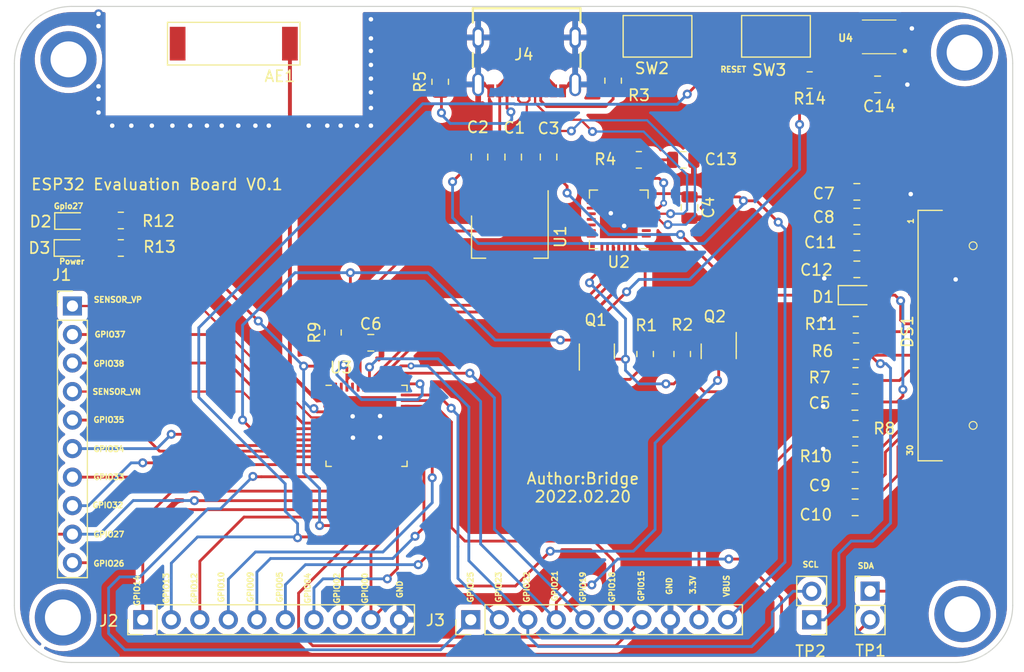
<source format=kicad_pcb>
(kicad_pcb (version 20211014) (generator pcbnew)
  (layers (0 "F.Cu" signal) (31 "B.Cu" signal) (34 "B.Paste" user) (35 "F.Paste" user) (36 "B.SilkS" user "底层丝印层") (37 "F.SilkS" user "顶层丝印层") (38 "B.Mask" user) (39 "F.Mask" user) (44 "Edge.Cuts" user))
  (net 0 "")
  (net 1 "Net-(AE1-Pad1)")
  (net 2 "/VBUS")
  (net 3 "GND")
  (net 4 "+3V3")
  (net 5 "Net-(C5-Pad1)")
  (net 6 "Net-(C7-Pad1)")
  (net 7 "Net-(C7-Pad2)")
  (net 8 "Net-(C8-Pad1)")
  (net 9 "Net-(C8-Pad2)")
  (net 10 "Net-(C9-Pad1)")
  (net 11 "Net-(C10-Pad1)")
  (net 12 "Net-(C13-Pad2)")
  (net 13 "/GPIO27")
  (net 14 "Net-(D2-Pad2)")
  (net 15 "Net-(D3-Pad2)")
  (net 17 "Net-(DS1-Pad15)")
  (net 18 "/ESP_SCL")
  (net 19 "/ESP_SDA")
  (net 20 "Net-(DS1-Pad26)")
  (net 21 "/SENSOR_VP")
  (net 22 "/GPIO37")
  (net 23 "/GPIO38")
  (net 24 "/SENSOR_VN")
  (net 25 "/GPIO35")
  (net 26 "/GPIO34")
  (net 27 "/GPIO33")
  (net 28 "/GPIO32")
  (net 29 "/GPIO26")
  (net 30 "/GPIO14")
  (net 31 "/GPIO13")
  (net 32 "/GPIO12")
  (net 33 "/GPIO10")
  (net 34 "/GPIO9")
  (net 35 "/GPIO5")
  (net 36 "/GPIO4")
  (net 37 "/GPIO2")
  (net 38 "/IO0")
  (net 39 "/GPIO25")
  (net 40 "/GPIO23")
  (net 41 "/GPIO22")
  (net 42 "/GPIO21")
  (net 43 "/GPIO19")
  (net 44 "/GPIO18")
  (net 45 "/GPIO15")
  (net 46 "Net-(J4-PadA5)")
  (net 47 "/RTS")
  (net 48 "/EN")
  (net 49 "Net-(Q1-Pad1)")
  (net 50 "/DTR")
  (net 51 "Net-(Q2-Pad1)")
  (net 52 "Net-(R4-Pad2)")
  (net 53 "Net-(R14-Pad1)")
  (net 56 "/D+")
  (net 57 "/D-")
  (net 72 "/RXD")
  (net 73 "/TXD")
  (net 75 "/GPIO16")
  (net 77 "/GPIO17")
  (net 78 "/SD_CMD")
  (net 79 "/SD_CLK")
  (net 80 "/SD_DATA0")
  (net 81 "/SD_DATA1")
  (net 87 "Net-(U4-Pad3)")
  (net 89 "Net-(J4-PadB5)")
  (footprint "Capacitor_SMD:C_0805_2012Metric" (layer "F.Cu") (at 118.2 65.7)
    (fp_text reference "C8")
    (fp_text value "1uf")
  )
  (footprint "Resistor_SMD:R_0805_2012Metric" (layer "F.Cu") (at 118.0825 79.89 180)
    (fp_text reference "R7")
    (fp_text value "4.7k")
  )
  (footprint "" (layer "F.Cu") (at 47.5 101.4)
    (fp_text reference "")
    (fp_text value "")
  )
  (footprint "Resistor_SMD:R_0805_2012Metric" (layer "F.Cu") (at 71.55 76.0275 90)
    (fp_text reference "R9")
    (fp_text value "10K")
  )
  (footprint "Resistor_SMD:R_0805_2012Metric" (layer "F.Cu") (at 118.11 75.34 180)
    (fp_text reference "R11")
    (fp_text value "4.7k")
  )
  (footprint "MyLib2022:USB-C_4105" (layer "F.Cu") (at 88.8 49.75 180)
    (fp_text reference "J4")
    (fp_text value "USB4105-GF-A")
  )
  (footprint "MyLib2022:XDCR_SHT20" (layer "F.Cu") (at 120.1875 49.7 180)
    (fp_text reference "U4")
    (fp_text value "SHT20")
  )
  (footprint "Resistor_SMD:R_0805_2012Metric" (layer "F.Cu") (at 102.65 77.94 90)
    (fp_text reference "R2")
    (fp_text value "10K")
  )
  (footprint "Capacitor_SMD:C_0805_2012Metric" (layer "F.Cu") (at 102.7375 60.65 180)
    (fp_text reference "C13")
    (fp_text value "0.1uf")
  )
  (footprint "Resistor_SMD:R_0805_2012Metric" (layer "F.Cu") (at 118.05 86.85 180)
    (fp_text reference "R10")
    (fp_text value "910k")
  )
  (footprint "Capacitor_SMD:C_0805_2012Metric" (layer "F.Cu") (at 118.2 70.4 180)
    (fp_text reference "C12")
    (fp_text value "1uf")
  )
  (footprint "Capacitor_SMD:C_0805_2012Metric" (layer "F.Cu") (at 87.6 60.4 90)
    (fp_text reference "C1")
    (fp_text value "10uf")
  )
  (footprint "Resistor_SMD:R_0805_2012Metric" (layer "F.Cu") (at 114 53.55 180)
    (fp_text reference "R14")
    (fp_text value "1K")
  )
  (footprint "Resistor_SMD:R_0805_2012Metric" (layer "F.Cu") (at 81.1 53.7 -90)
    (fp_text reference "R5")
    (fp_text value "5.1K")
  )
  (footprint "Resistor_SMD:R_0805_2012Metric" (layer "F.Cu") (at 118.1325 77.69 180)
    (fp_text reference "R6")
    (fp_text value "4.7k")
  )
  (footprint "Capacitor_SMD:C_0805_2012Metric" (layer "F.Cu") (at 120.05 53.93)
    (fp_text reference "C14")
    (fp_text value "0.1uf")
  )
  (footprint "RF_Antenna:Rainsun1003" (layer "F.Cu") (at 62.7164 50.3046 180)
    (fp_text reference "AE1")
    (fp_text value "Antenna")
  )
  (footprint "Capacitor_SMD:C_0805_2012Metric" (layer "F.Cu") (at 84.6 60.4 90)
    (fp_text reference "C2")
    (fp_text value "0.1uf")
  )
  (footprint "Capacitor_SMD:C_0805_2012Metric" (layer "F.Cu") (at 74.92 76.94)
    (fp_text reference "C6")
    (fp_text value "0.1uf")
  )
  (footprint "Diode_SMD:D_0603_1608Metric" (layer "F.Cu") (at 48.26 66.1)
    (fp_text reference "D2")
    (fp_text value " ")
  )
  (footprint "Resistor_SMD:R_0805_2012Metric" (layer "F.Cu") (at 118.0825 84.59)
    (fp_text reference "R8")
    (fp_text value "4.7k")
  )
  (footprint "Package_TO_SOT_SMD:SOT-223" (layer "F.Cu") (at 87.3 67.5 -90)
    (fp_text reference "U1")
    (fp_text value "AMS1117-3.3")
  )
  (footprint "Package_DFN_QFN:QFN-28-1EP_5x5mm_P0.5mm_EP3.35x3.35mm" (layer "F.Cu") (at 97 65.95 180)
    (fp_text reference "U2")
    (fp_text value " ")
  )
  (footprint "Package_TO_SOT_SMD:SOT-23" (layer "F.Cu") (at 95.05 77.7 90)
    (fp_text reference "Q1")
    (fp_text value "S8050_1")
  )
  (footprint "Resistor_SMD:R_0805_2012Metric" (layer "F.Cu") (at 99.35 77.94 -90)
    (fp_text reference "R1")
    (fp_text value "10K")
  )
  (footprint "Connector_PinHeader_2.54mm:PinHeader_1x10_P2.54mm_Vertical" (layer "F.Cu") (at 83.82 101.6 90)
    (fp_text reference "J3")
    (fp_text value "Conn_01x10")
  )
  (footprint "Resistor_SMD:R_0805_2012Metric" (layer "F.Cu") (at 98.7875 60.65 180)
    (fp_text reference "R4")
    (fp_text value "10K")
  )
  (footprint "Capacitor_SMD:C_0805_2012Metric" (layer "F.Cu") (at 118.2 63.5)
    (fp_text reference "C7")
    (fp_text value "1uf")
  )
  (footprint "Diode_SMD:D_SOD-323" (layer "F.Cu") (at 118.05 72.7)
    (fp_text reference "D1")
    (fp_text value "1N4148")
  )
  (footprint "Connector_PinHeader_2.54mm:PinHeader_1x02_P2.54mm_Vertical" (layer "F.Cu") (at 114.18 101.61 180)
    (fp_text reference "TP2")
    (fp_text value " ")
  )
  (footprint "Button_Switch_SMD:SW_SPST_CK_RS282G05A3" (layer "F.Cu") (at 100.45 49.65)
    (fp_text reference "SW2")
    (fp_text value " ")
  )
  (footprint "Capacitor_SMD:C_0805_2012Metric" (layer "F.Cu") (at 90.75 60.4 90)
    (fp_text reference "C3")
    (fp_text value "10uf")
  )
  (footprint "Capacitor_SMD:C_0805_2012Metric" (layer "F.Cu") (at 118.03 82.21 180)
    (fp_text reference "C5")
    (fp_text value "10uf")
  )
  (footprint "Package_DFN_QFN:QFN-48-1EP_7x7mm_P0.5mm_EP5.3x5.3mm" (layer "F.Cu") (at 74.54 84.34)
    (fp_text reference "U3")
    (fp_text value "ESP32-PICO-D4")
  )
  (footprint "Capacitor_SMD:C_0805_2012Metric" (layer "F.Cu") (at 118.2 68 180)
    (fp_text reference "C11")
    (fp_text value "1uf")
  )
  (footprint "Capacitor_SMD:C_0805_2012Metric" (layer "F.Cu") (at 118.05 91.6 180)
    (fp_text reference "C10")
    (fp_text value "2.2uf")
  )
  (footprint "Display:OLED-128O064D" (layer "F.Cu") (at 124.805 76.3 -90)
    (fp_text reference "DS1")
    (fp_text value "OLED-128O064D")
  )
  (footprint "Diode_SMD:D_0603_1608Metric" (layer "F.Cu") (at 48.21 68.5)
    (fp_text reference "D3")
    (fp_text value " ")
  )
  (footprint "Button_Switch_SMD:SW_SPST_CK_RS282G05A3" (layer "F.Cu") (at 111 49.65)
    (fp_text reference "SW3")
    (fp_text value " ")
  )
  (footprint "Connector_PinHeader_2.54mm:PinHeader_1x10_P2.54mm_Vertical" (layer "F.Cu") (at 54.615 101.6 90)
    (fp_text reference "J2")
    (fp_text value "Conn_01x10")
  )
  (footprint "Connector_PinHeader_2.54mm:PinHeader_1x10_P2.54mm_Vertical" (layer "F.Cu") (at 48.35 73.665)
    (fp_text reference "J1")
    (fp_text value "Conn_01x10")
  )
  (footprint "Capacitor_SMD:C_0805_2012Metric" (layer "F.Cu") (at 103.3 64.9 -90)
    (fp_text reference "C4")
    (fp_text value "0.1uf")
  )
  (footprint "" (layer "F.Cu") (at 127.8 51.1)
    (fp_text reference "")
    (fp_text value "")
  )
  (footprint "" (layer "F.Cu") (at 127.6 101.1)
    (fp_text reference "")
    (fp_text value "")
  )
  (footprint "Connector_PinHeader_2.54mm:PinHeader_1x02_P2.54mm_Vertical" (layer "F.Cu") (at 119.38 99.06)
    (fp_text reference "TP1")
    (fp_text value " ")
  )
  (footprint "Resistor_SMD:R_0805_2012Metric" (layer "F.Cu") (at 52.66 66.05 180)
    (fp_text reference "R12")
    (fp_text value "1K")
  )
  (footprint "MyLib2022:R305Hole" (layer "F.Cu") (at 48 51.7)
    (fp_text reference " ")
    (fp_text value " ")
  )
  (footprint "Resistor_SMD:R_0805_2012Metric" (layer "F.Cu") (at 96.5 53.6 -90)
    (fp_text reference "R3")
    (fp_text value "5.1K")
  )
  (footprint "Resistor_SMD:R_0805_2012Metric" (layer "F.Cu") (at 52.66 68.5 180)
    (fp_text reference "R13")
    (fp_text value "1K")
  )
  (footprint "Capacitor_SMD:C_0805_2012Metric" (layer "F.Cu") (at 118.05 89.2 180)
    (fp_text reference "C9")
    (fp_text value "4.7uf")
  )
  (footprint "Package_TO_SOT_SMD:SOT-23" (layer "F.Cu") (at 105.9 77.7 -90)
    (fp_text reference "Q2")
    (fp_text value "S8050_1")
  )
  (gr_arc (start 127 46.99) (mid 130.592102 48.477898) (end 132.08 52.07) (layer "Edge.Cuts") (width 0.1))
  (gr_arc (start 48.26 105.41) (mid 44.667898 103.922102) (end 43.18 100.33) (layer "Edge.Cuts") (width 0.1))
  (gr_line (start 48.26 46.99) (end 127 46.99) (layer "Edge.Cuts") (width 0.1))
  (gr_line (start 43.18 100.33) (end 43.18 52.07) (layer "Edge.Cuts") (width 0.1))
  (gr_arc (start 132.08 100.33) (mid 130.592102 103.922102) (end 127 105.41) (layer "Edge.Cuts") (width 0.1))
  (gr_line (start 132.08 52.07) (end 132.08 100.33) (layer "Edge.Cuts") (width 0.1))
  (gr_line (start 127 105.41) (end 48.26 105.41) (layer "Edge.Cuts") (width 0.1))
  (gr_arc (start 43.18 52.07) (mid 44.667898 48.477898) (end 48.26 46.99) (layer "Edge.Cuts") (width 0.1))
  (gr_text "30" (at 122.936 86.5 90) (layer "F.SilkS") (effects (font (size 0.5 0.5) (thickness 0.125))))
  (gr_text "GPIO26" (at 51.6 96.6) (layer "F.SilkS") (effects (font (size 0.5 0.5) (thickness 0.125))))
  (gr_text "GND" (at 77.5 98.9 90) (layer "F.SilkS") (effects (font (size 0.5 0.5) (thickness 0.125))))
  (gr_text "SENSOR_VN" (at 52.3 81.3) (layer "F.SilkS") (effects (font (size 0.5 0.5) (thickness 0.125))))
  (gr_text "GPIO00" (at 74.4 98.8 90) (layer "F.SilkS") (effects (font (size 0.5 0.5) (thickness 0.125))))
  (gr_text "Author:Bridge\n2022.02.20" (at 93.808864 89.841686) (layer "F.SilkS") (effects (font (size 1 1))))
  (gr_text "GPIO35" (at 51.6 83.8) (layer "F.SilkS") (effects (font (size 0.5 0.5) (thickness 0.125))))
  (gr_text "GPIO09" (at 64.2 98.7 90) (layer "F.SilkS") (effects (font (size 0.5 0.5) (thickness 0.125))))
  (gr_text "GPIO18" (at 96.4 98.7 90) (layer "F.SilkS") (effects (font (size 0.5 0.5) (thickness 0.125))))
  (gr_text "GPIO22" (at 88.8 98.7 90) (layer "F.SilkS") (effects (font (size 0.5 0.5) (thickness 0.125))))
  (gr_text "GPIO13" (at 56.7 98.8 90) (layer "F.SilkS") (effects (font (size 0.5 0.5) (thickness 0.125))))
  (gr_text "SCL" (at 114.077048 96.684627) (layer "F.SilkS") (effects (font (size 0.5 0.5) (thickness 0.125))))
  (gr_text "GPIO33" (at 51.6 88.9) (layer "F.SilkS") (effects (font (size 0.5 0.5) (thickness 0.125))))
  (gr_text "GPIO25" (at 83.8 98.7 90) (layer "F.SilkS") (effects (font (size 0.5 0.5) (thickness 0.125))))
  (gr_text "GPIO21" (at 91.3 98.6 90) (layer "F.SilkS") (effects (font (size 0.5 0.5) (thickness 0.125))))
  (gr_text "GPIO34" (at 51.6 86.4) (layer "F.SilkS") (effects (font (size 0.5 0.5) (thickness 0.125))))
  (gr_text "3.3V" (at 103.6 98.5 90) (layer "F.SilkS") (effects (font (size 0.5 0.5) (thickness 0.125))))
  (gr_text "Power" (at 48.3 69.7) (layer "F.SilkS") (effects (font (size 0.5 0.5) (thickness 0.125))))
  (gr_text "GPIO27" (at 51.6 94) (layer "F.SilkS") (effects (font (size 0.5 0.5) (thickness 0.125))))
  (gr_text "ESP32 Evaluation Board V0.1" (at 55.88 62.8396) (layer "F.SilkS") (effects (font (size 1 1))))
  (gr_text "GND" (at 101.5 98.6 90) (layer "F.SilkS") (effects (font (size 0.5 0.5) (thickness 0.125))))
  (gr_text "GPIO37" (at 51.7 76.2) (layer "F.SilkS") (effects (font (size 0.5 0.5) (thickness 0.125))))
  (gr_text "SDA" (at 119 96.8) (layer "F.SilkS") (effects (font (size 0.5 0.5) (thickness 0.125))))
  (gr_text "GPIO04" (at 69.3 98.8 90) (layer "F.SilkS") (effects (font (size 0.5 0.5) (thickness 0.125))))
  (gr_text "GPIO02" (at 71.9 98.8 90) (layer "F.SilkS") (effects (font (size 0.5 0.5) (thickness 0.125))))
  (gr_text "RESET" (at 107.2 52.6) (layer "F.SilkS") (effects (font (size 0.5 0.5) (thickness 0.125))))
  (gr_text "SENSOR_VP" (at 52.4 73.1) (layer "F.SilkS") (effects (font (size 0.5 0.5) (thickness 0.125))))
  (gr_text "GPIO32" (at 51.5 91.4) (layer "F.SilkS") (effects (font (size 0.5 0.5) (thickness 0.125))))
  (gr_text "1" (at 123 66.1 90) (layer "F.SilkS") (effects (font (size 0.5 0.5) (thickness 0.125))))
  (gr_text "GPIO15" (at 99 98.6 90) (layer "F.SilkS") (effects (font (size 0.5 0.5) (thickness 0.125))))
  (gr_text "GPIO12" (at 59.2 98.8 90) (layer "F.SilkS") (effects (font (size 0.5 0.5) (thickness 0.125))))
  (gr_text "GPIO38" (at 51.6 78.8) (layer "F.SilkS") (effects (font (size 0.5 0.5) (thickness 0.125))))
  (gr_text "Gpio27" (at 48.006 64.77) (layer "F.SilkS") (effects (font (size 0.5 0.5) (thickness 0.125))))
  (gr_text "GPIO05" (at 66.8 98.7 90) (layer "F.SilkS") (effects (font (size 0.5 0.5) (thickness 0.125))))
  (gr_text "VBUS" (at 106.6 98.6 90) (layer "F.SilkS") (effects (font (size 0.5 0.5) (thickness 0.125))))
  (gr_text "GPIO23" (at 86.3 98.7 90) (layer "F.SilkS") (effects (font (size 0.5 0.5) (thickness 0.125))))
  (gr_text "GPIO10" (at 61.6 98.7 90) (layer "F.SilkS") (effects (font (size 0.5 0.5) (thickness 0.125))))
  (gr_text "GPIO14" (at 54.1 99 90) (layer "F.SilkS") (effects (font (size 0.5 0.5) (thickness 0.125))))
  (gr_text "GPIO19" (at 93.8 98.7 90) (layer "F.SilkS") (effects (font (size 0.5 0.5) (thickness 0.125))))
  (segment (start 67.7164 50.3046) (end 67.7164 79.6544) (width 0.35) (layer "F.Cu") (net 1))
  (segment (start 70.147693 82.085693) (end 70.156307 82.085693) (width 0.35) (layer "F.Cu") (net 1))
  (segment (start 67.7164 79.6544) (end 70.147693 82.085693) (width 0.35) (layer "F.Cu") (net 1))
  (segment (start 70.156307 82.085693) (end 71.085693 82.085693) (width 0.3) (layer "F.Cu") (net 1))
  (segment (start 85 61.75) (end 85 64.35) (width 0.25) (layer "F.Cu") (net 2))
  (segment (start 84.6 61.35) (end 83.45 61.35) (width 0.25) (layer "F.Cu") (net 2))
  (segment (start 90.38 53.11) (end 87.219273 53.11) (width 0.25) (layer "F.Cu") (net 2))
  (segment (start 98.5 63.5) (end 99.45 64.45) (width 0.25) (layer "F.Cu") (net 2))
  (segment (start 83.45 61.35) (end 82.2 62.6) (width 0.25) (layer "F.Cu") (net 2))
  (segment (start 84.6 61.35) (end 85 61.75) (width 0.25) (layer "F.Cu") (net 2))
  (segment (start 84.6 61.35) (end 87.6 61.35) (width 0.25) (layer "F.Cu") (net 2))
  (segment (start 103.01 63.66) (end 100.24 63.66) (width 0.25) (layer "F.Cu") (net 2))
  (segment (start 108.1 64.3) (end 107.75 63.95) (width 0.25) (layer "F.Cu") (net 2))
  (segment (start 86.62 61.35) (end 87.6 61.35) (width 0.25) (layer "F.Cu") (net 2))
  (segment (start 103.3 63.95) (end 103.01 63.66) (width 0.25) (layer "F.Cu") (net 2))
  (segment (start 91.2 54.505) (end 91.2 53.93) (width 0.25) (layer "F.Cu") (net 2))
  (segment (start 111.2 66.2) (end 109.3 64.3) (width 0.25) (layer "F.Cu") (net 2))
  (segment (start 91.2 53.93) (end 90.38 53.11) (width 0.25) (layer "F.Cu") (net 2))
  (segment (start 107.75 63.95) (end 103.3 63.95) (width 0.25) (layer "F.Cu") (net 2))
  (segment (start 87.219273 53.11) (end 86.4 53.929273) (width 0.25) (layer "F.Cu") (net 2))
  (segment (start 100.24 63.66) (end 99.45 64.45) (width 0.25) (layer "F.Cu") (net 2))
  (segment (start 109.3 64.3) (end 108.1 64.3) (width 0.25) (layer "F.Cu") (net 2))
  (segment (start 86.4 61.13) (end 86.62 61.35) (width 0.25) (layer "F.Cu") (net 2))
  (segment (start 86.4 54.505) (end 86.4 61.13) (width 0.25) (layer "F.Cu") (net 2))
  (segment (start 86.4 53.929273) (end 86.4 54.505) (width 0.25) (layer "F.Cu") (net 2))
  (via (at 82.2 62.6) (size 0.8) (drill 0.4) (layers "F.Cu" "B.Cu") (net 2))
  (via (at 108.1 64.3) (size 0.8) (drill 0.4) (layers "F.Cu" "B.Cu") (net 2))
  (via (at 111.2 66.2) (size 0.8) (drill 0.4) (layers "F.Cu" "B.Cu") (net 2))
  (segment (start 84.5 68.1) (end 104.6 68.1) (width 0.25) (layer "B.Cu") (net 2))
  (segment (start 82.2 62.6) (end 82.2 65.8) (width 0.25) (layer "B.Cu") (net 2))
  (segment (start 104.6 68.1) (end 108.1 64.6) (width 0.25) (layer "B.Cu") (net 2))
  (segment (start 108.1 64.6) (end 108.1 64.3) (width 0.25) (layer "B.Cu") (net 2))
  (segment (start 111.8 66.8) (end 111.2 66.2) (width 0.25) (layer "B.Cu") (net 2))
  (segment (start 111.8 96.48) (end 111.8 91) (width 0.25) (layer "B.Cu") (net 2))
  (segment (start 82.2 65.8) (end 82.6 66.2) (width 0.25) (layer "B.Cu") (net 2))
  (segment (start 106.68 101.6) (end 111.8 96.48) (width 0.25) (layer "B.Cu") (net 2))
  (segment (start 82.6 66.2) (end 84.5 68.1) (width 0.25) (layer "B.Cu") (net 2))
  (segment (start 111.8 91) (end 111.8 66.8) (width 0.25) (layer "B.Cu") (net 2))
  (segment (start 117.1 82.2) (end 115.6 82.2) (width 0.25) (layer "F.Cu") (net 3))
  (segment (start 122.68 53.93) (end 121 53.93) (width 0.25) (layer "F.Cu") (net 3))
  (segment (start 97.5 66.45) (end 97 65.95) (width 0.25) (layer "F.Cu") (net 3))
  (segment (start 117.1375 89.1625) (end 117.1 89.2) (width 0.25) (layer "F.Cu") (net 3))
  (segment (start 123.1 48.95) (end 122.4375 48.95) (width 0.25) (layer "F.Cu") (net 3))
  (segment (start 93.12 53.93) (end 92.575 53.93) (width 0.25) (layer "F.Cu") (net 3))
  (segment (start 96.45 49.75) (end 96.55 49.65) (width 0.25) (layer "F.Cu") (net 3))
  (segment (start 126.75 71.05) (end 127 71.3) (width 0.25) (layer "F.Cu") (net 3))
  (segment (start 92.575 53.93) (end 92 54.505) (width 0.25) (layer "F.Cu") (net 3))
  (segment (start 85.025 53.93) (end 85.6 54.505) (width 0.25) (layer "F.Cu") (net 3))
  (segment (start 115.6 82.2) (end 115.2 82.6) (width 0.25) (layer "F.Cu") (net 3))
  (segment (start 115.4 87.1) (end 116.8875 87.1) (width 0.25) (layer "F.Cu") (net 3))
  (segment (start 124.805 71.05) (end 126.75 71.05) (width 0.25) (layer "F.Cu") (net 3))
  (segment (start 117.1975 75.34) (end 115.84 75.34) (width 0.25) (layer "F.Cu") (net 3))
  (segment (start 96.55 49.65) (end 96.55 52.6375) (width 0.25) (layer "F.Cu") (net 3))
  (segment (start 127 72.1) (end 127 71.3) (width 0.25) (layer "F.Cu") (net 3))
  (segment (start 121.6875 49.7) (end 121.5875 49.7) (width 0.25) (layer "F.Cu") (net 3))
  (segment (start 115.3 71.2) (end 116.1 70.4) (width 0.25) (layer "F.Cu") (net 3))
  (segment (start 124.805 76.65) (end 124.805 76.695) (width 0.25) (layer "F.Cu") (net 3))
  (segment (start 125.95 72.45) (end 126.65 72.45) (width 0.25) (layer "F.Cu") (net 3))
  (segment (start 124.85 76.65) (end 124.9 76.7) (width 0.25) (layer "F.Cu") (net 3))
  (segment (start 126.15 74.55) (end 124.805 74.55) (width 0.25) (layer "F.Cu") (net 3))
  (segment (start 124.805 72.45) (end 125.95 72.45) (width 0.25) (layer "F.Cu") (net 3))
  (segment (start 122.7 53.95) (end 122.68 53.93) (width 0.25) (layer "F.Cu") (net 3))
  (segment (start 127 72.8) (end 127 74) (width 0.25) (layer "F.Cu") (net 3))
  (segment (start 126.15 76.65) (end 126.5 76.3) (width 0.25) (layer "F.Cu") (net 3))
  (segment (start 127 74) (end 126.45 74.55) (width 0.25) (layer "F.Cu") (net 3))
  (segment (start 126.45 74.55) (end 124.805 74.55) (width 0.25) (layer "F.Cu") (net 3))
  (segment (start 116.8875 87.1) (end 117.1375 86.85) (width 0.25) (layer "F.Cu") (net 3))
  (segment (start 96.55 52.6375) (end 96.5 52.6875) (width 0.25) (layer "F.Cu") (net 3))
  (segment (start 117.09 82.21) (end 117.1 82.2) (width 0.25) (layer "F.Cu") (net 3))
  (segment (start 124.805 76.695) (end 124.8 76.7) (width 0.25) (layer "F.Cu") (net 3))
  (segment (start 109.3 68) (end 117.25 68) (width 0.25) (layer "F.Cu") (net 3))
  (segment (start 115.84 75.34) (end 115.3 74.8) (width 0.25) (layer "F.Cu") (net 3))
  (segment (start 116.1 70.4) (end 117.25 70.4) (width 0.25) (layer "F.Cu") (net 3))
  (segment (start 124.805 77.35) (end 124.805 76.65) (width 0.25) (layer "F.Cu") (net 3))
  (segment (start 124.805 80.15) (end 124.805 82.95) (width 0.25) (layer "F.Cu") (net 3))
  (segment (start 124.805 76.65) (end 124.85 76.65) (width 0.25) (layer "F.Cu") (net 3))
  (segment (start 107.15 65.85) (end 109.3 68) (width 0.25) (layer "F.Cu") (net 3))
  (segment (start 124.805 85.75) (end 124.805 86.45) (width 0.25) (layer "F.Cu") (net 3))
  (segment (start 126.65 72.45) (end 127 72.8) (width 0.25) (layer "F.Cu") (net 3))
  (segment (start 103.3 65.85) (end 107.15 65.85) (width 0.25) (layer "F.Cu") (net 3))
  (segment (start 126.5 76.3) (end 126.5 74.9) (width 0.25) (layer "F.Cu") (net 3))
  (segment (start 126.65 72.45) (end 127 72.1) (width 0.25) (layer "F.Cu") (net 3))
  (segment (start 93.12 49.75) (end 96.45 49.75) (width 0.25) (layer "F.Cu") (net 3))
  (segment (start 117.1 91.6) (end 117.1 89.2) (width 0.25) (layer "F.Cu") (net 3))
  (segment (start 117.1375 86.85) (end 117.1375 89.1625) (width 0.25) (layer "F.Cu") (net 3))
  (segment (start 93.12 53.93) (end 94.12 53.93) (width 0.25) (layer "F.Cu") (net 3))
  (segment (start 117.08 82.21) (end 117.09 82.21) (width 0.25) (layer "F.Cu") (net 3))
  (segment (start 94.12 53.93) (end 95.3625 52.6875) (width 0.25) (layer "F.Cu") (net 3))
  (segment (start 124.805 73.85) (end 124.805 74.55) (width 0.25) (layer "F.Cu") (net 3))
  (segment (start 124.805 76.65) (end 126.15 76.65) (width 0.25) (layer "F.Cu") (net 3))
  (segment (start 126.5 74.9) (end 126.15 74.55) (width 0.25) (layer "F.Cu") (net 3))
  (segment (start 115.2 86.4) (end 115.2 86.9) (width 0.25) (layer "F.Cu") (net 3))
  (segment (start 115.2 86.9) (end 115.4 87.1) (width 0.25) (layer "F.Cu") (net 3))
  (segment (start 84.48 53.93) (end 85.025 53.93) (width 0.25) (layer "F.Cu") (net 3))
  (segment (start 99.45 66.45) (end 97.5 66.45) (width 0.25) (layer "F.Cu") (net 3))
  (segment (start 122.4375 48.95) (end 121.6875 49.7) (width 0.25) (layer "F.Cu") (net 3))
  (segment (start 95.3625 52.6875) (end 96.5 52.6875) (width 0.25) (layer "F.Cu") (net 3))
  (via (at 75.7428 83.4644) (size 0.8) (drill 0.4) (layers "F.Cu" "B.Cu") (net 3))
  (via (at 64.643 57.6072) (size 0.8) (drill 0.4) (layers "F.Cu" "B.Cu") (net 3))
  (via (at 74.93 48.133) (size 0.8) (drill 0.4) (layers "F.Cu" "B.Cu") (net 3))
  (via (at 122.7 53.95) (size 0.8) (drill 0.4) (layers "F.Cu" "B.Cu") (net 3))
  (via (at 74.93 54.6354) (size 0.8) (drill 0.4) (layers "F.Cu" "B.Cu") (net 3))
  (via (at 69.3928 57.6072) (size 0.8) (drill 0.4) (layers "F.Cu" "B.Cu") (net 3))
  (via (at 74.93 53.4162) (size 0.8) (drill 0.4) (layers "F.Cu" "B.Cu") (net 3))
  (via (at 60.325 57.6072) (size 0.8) (drill 0.4) (layers "F.Cu" "B.Cu") (net 3))
  (via (at 97.48 66.53) (size 0.8) (drill 0.4) (layers "F.Cu" "B.Cu") (net 3))
  (via (at 55.4228 57.6072) (size 0.8) (drill 0.4) (layers "F.Cu" "B.Cu") (net 3))
  (via (at 127 71.3) (size 0.8) (drill 0.4) (layers "F.Cu" "B.Cu") (net 3))
  (via (at 57.2516 57.6072) (size 0.8) (drill 0.4) (layers "F.Cu" "B.Cu") (net 3))
  (via (at 53.594 57.6072) (size 0.8) (drill 0.4) (layers "F.Cu" "B.Cu") (net 3))
  (via (at 50.673 48.7426) (size 0.8) (drill 0.4) (layers "F.Cu" "B.Cu") (net 3))
  (via (at 73.3044 83.4898) (size 0.8) (drill 0.4) (layers "F.Cu" "B.Cu") (net 3))
  (via (at 74.93 49.8348) (size 0.8) (drill 0.4) (layers "F.Cu" "B.Cu") (net 3))
  (via (at 63.119 57.6072) (size 0.8) (drill 0.4) (layers "F.Cu" "B.Cu") (net 3))
  (via (at 123 63.7) (size 0.8) (drill 0.4) (layers "F.Cu" "B.Cu") (net 3))
  (via (at 50.673 56.4388) (size 0.8) (drill 0.4) (layers "F.Cu" "B.Cu") (net 3))
  (via (at 115.2 86.4) (size 0.8) (drill 0.4) (layers "F.Cu" "B.Cu") (net 3))
  (via (at 61.6458 57.6072) (size 0.8) (drill 0.4) (layers "F.Cu" "B.Cu") (net 3))
  (via (at 75.7428 85.3694) (size 0.8) (drill 0.4) (layers "F.Cu" "B.Cu") (net 3))
  (via (at 74.93 57.6072) (size 0.8) (drill 0.4) (layers "F.Cu" "B.Cu") (net 3))
  (via (at 71.0438 57.6072) (size 0.8) (drill 0.4) (layers "F.Cu" "B.Cu") (net 3))
  (via (at 72.2376 57.6072) (size 0.8) (drill 0.4) (layers "F.Cu" "B.Cu") (net 3))
  (via (at 115.3 71.2) (size 0.8) (drill 0.4) (layers "F.Cu" "B.Cu") (net 3))
  (via (at 50.673 54.102) (size 0.8) (drill 0.4) (layers "F.Cu" "B.Cu") (net 3))
  (via (at 74.93 50.9524) (size 0.8) (drill 0.4) (layers "F.Cu" "B.Cu") (net 3))
  (via (at 74.93 52.197) (size 0.8) (drill 0.4) (layers "F.Cu" "B.Cu") (net 3))
  (via (at 123.1 48.95) (size 0.8) (drill 0.4) (layers "F.Cu" "B.Cu") (net 3))
  (via (at 50.673 55.2196) (size 0.8) (drill 0.4) (layers "F.Cu" "B.Cu") (net 3))
  (via (at 50.673 47.6504) (size 0.8) (drill 0.4) (layers "F.Cu" "B.Cu") (net 3))
  (via (at 73.6854 57.6072) (size 0.8) (drill 0.4) (layers "F.Cu" "B.Cu") (net 3))
  (via (at 73.3298 85.3948) (size 0.8) (drill 0.4) (layers "F.Cu" "B.Cu") (net 3))
  (via (at 65.8368 57.6072) (size 0.8) (drill 0.4) (layers "F.Cu" "B.Cu") (net 3))
  (via (at 96.2914 65.405) (size 0.8) (drill 0.4) (layers "F.Cu" "B.Cu") (net 3))
  (via (at 115.3 74.8) (size 0.8) (drill 0.4) (layers "F.Cu" "B.Cu") (net 3))
  (via (at 74.93 56.0324) (size 0.8) (drill 0.4) (layers "F.Cu" "B.Cu") (net 3))
  (via (at 51.8922 57.6072) (size 0.8) (drill 0.4) (layers "F.Cu" "B.Cu") (net 3))
  (via (at 115.2 82.6) (size 0.8) (drill 0.4) (layers "F.Cu" "B.Cu") (net 3))
  (via (at 58.8264 57.6072) (size 0.8) (drill 0.4) (layers "F.Cu" "B.Cu") (net 3))
  (segment (start 123.8 49.15) (end 123.6 48.95) (width 0.25) (layer "B.Cu") (net 3))
  (segment (start 115.3 74.8) (end 115.3 71.2) (width 0.25) (layer "B.Cu") (net 3))
  (segment (start 115.2 82.6) (end 115.2 86.4) (width 0.25) (layer "B.Cu") (net 3))
  (segment (start 123.8 53.45) (end 123.8 49.15) (width 0.25) (layer "B.Cu") (net 3))
  (segment (start 123.3 53.95) (end 123.8 53.45) (width 0.25) (layer "B.Cu") (net 3))
  (segment (start 123.6 48.95) (end 123.1 48.95) (width 0.25) (layer "B.Cu") (net 3))
  (segment (start 122.7 53.95) (end 123.3 53.95) (width 0.25) (layer "B.Cu") (net 3))
  (segment (start 114.29 77.69) (end 117.22 77.69) (width 0.25) (layer "F.Cu") (net 4))
  (segment (start 116.92 53.36) (end 117.57 54.01) (width 0.25) (layer "F.Cu") (net 4))
  (segment (start 71.55 77.83) (end 70.11 79.27) (width 0.25) (layer "F.Cu") (net 4))
  (segment (start 113.3 73.6) (end 113.3 76.7) (width 0.25) (layer "F.Cu") (net 4))
  (segment (start 119.15 68.8) (end 120 69.65) (width 0.25) (layer "F.Cu") (net 4))
  (segment (start 73.43 79.57) (end 73.97 79.57) (width 0.25) (layer "F.Cu") (net 4))
  (segment (start 123 70.205) (end 123 71.4) (width 0.25) (layer "F.Cu") (net 4))
  (segment (start 73.97 79.57) (end 73.97 80.122672) (width 0.25) (layer "F.Cu") (net 4))
  (segment (start 90.75 61.35) (end 89.73 62.37) (width 0.25) (layer "F.Cu") (net 4))
  (segment (start 72.79 79.19) (end 72.5 78.9) (width 0.25) (layer "F.Cu") (net 4))
  (segment (start 119.15 68) (end 119.15 68.8) (width 0.25) (layer "F.Cu") (net 4))
  (segment (start 122.9 72.6) (end 123.45 73.15) (width 0.25) (layer "F.Cu") (net 4))
  (segment (start 120 69.65) (end 124.805 69.65) (width 0.25) (layer "F.Cu") (net 4))
  (segment (start 119.15 70.92) (end 119.15 70.4) (width 0.25) (layer "F.Cu") (net 4))
  (segment (start 117 72.7) (end 107.9 72.7) (width 0.25) (layer "F.Cu") (net 4))
  (segment (start 117.22 79.84) (end 117.17 79.89) (width 0.25) (layer "F.Cu") (net 4))
  (segment (start 71.55 76.94) (end 71.55 77.83) (width 0.25) (layer "F.Cu") (net 4))
  (segment (start 104.14 94.42) (end 104.14 101.6) (width 0.25) (layer "F.Cu") (net 4))
  (segment (start 127.9 67.805) (end 126.055 69.65) (width 0.25) (layer "F.Cu") (net 4))
  (segment (start 73.97 80.122672) (end 74.29 80.442672) (width 0.25) (layer "F.Cu") (net 4))
  (segment (start 117.17 84.59) (end 113.97 84.59) (width 0.25) (layer "F.Cu") (net 4))
  (segment (start 71.55 76.94) (end 73.97 76.94) (width 0.25) (layer "F.Cu") (net 4))
  (segment (start 123.555 69.65) (end 123 70.205) (width 0.25) (layer "F.Cu") (net 4))
  (segment (start 127.9 63.6) (end 127.9 67.805) (width 0.25) (layer "F.Cu") (net 4))
  (segment (start 124.805 69.65) (end 123.555 69.65) (width 0.25) (layer "F.Cu") (net 4))
  (segment (start 72.79 80.21) (end 73.43 79.57) (width 0.25) (layer "F.Cu") (net 4))
  (segment (start 117.82 71.88) (end 118.19 71.88) (width 0.25) (layer "F.Cu") (net 4))
  (segment (start 64.9 75) (end 58.4 68.5) (width 0.25) (layer "F.Cu") (net 4))
  (segment (start 119.02 54.01) (end 119.1 53.93) (width 0.25) (layer "F.Cu") (net 4))
  (segment (start 73.152 92.202) (end 72.136 93.218) (width 0.25) (layer "F.Cu") (net 4))
  (segment (start 69.85 82.804) (end 69.85 82.63) (width 0.25) (layer "F.Cu") (net 4))
  (segment (start 89.73 62.37) (end 89.06 62.37) (width 0.25) (layer "F.Cu") (net 4))
  (segment (start 58.4 68.5) (end 53.5725 68.5) (width 0.25) (layer "F.Cu") (net 4))
  (segment (start 123 71.4) (end 123.35 71.75) (width 0.25) (layer "F.Cu") (net 4))
  (segment (start 89.06 62.37) (end 87.3 64.13) (width 0.25) (layer "F.Cu") (net 4))
  (segment (start 74.79 87.79) (end 74.79 90.564) (width 0.25) (layer "F.Cu") (net 4))
  (segment (start 113.6 84.22) (end 113.97 84.59) (width 0.25) (layer "F.Cu") (net 4))
  (segment (start 122.9 72.3) (end 122.9 72.6) (width 0.25) (layer "F.Cu") (net 4))
  (segment (start 87.3 65.97) (end 86.28 66.99) (width 0.25) (layer "F.Cu") (net 4))
  (segment (start 79.3 80.6) (end 77.58 80.6) (width 0.25) (layer "F.Cu") (net 4))
  (segment (start 117.57 54.01) (end 119.02 54.01) (width 0.25) (layer "F.Cu") (net 4))
  (segment (start 70.11 80.61) (end 71.09 81.59) (width 0.25) (layer "F.Cu") (net 4))
  (segment (start 123.35 71.75) (end 124.805 71.75) (width 0.25) (layer "F.Cu") (net 4))
  (segment (start 126.055 69.65) (end 124.805 69.65) (width 0.25) (layer "F.Cu") (net 4))
  (segment (start 69.86 79.02) (end 68.94 79.02) (width 0.25) (layer "F.Cu") (net 4))
  (segment (start 118.19 71.88) (end 119.15 70.92) (width 0.25) (layer "F.Cu") (net 4))
  (segment (start 80.13 66.99) (end 73.97 73.15) (width 0.25) (layer "F.Cu") (net 4))
  (segment (start 119.1 53.93) (end 119.1 54.8) (width 0.25) (layer "F.Cu") (net 4))
  (segment (start 116.92 50.55) (end 116.92 53.36) (width 0.25) (layer "F.Cu") (net 4))
  (segment (start 86.28 66.99) (end 80.13 66.99) (width 0.25) (layer "F.Cu") (net 4))
  (segment (start 123.45 71.75) (end 122.9 72.3) (width 0.25) (layer "F.Cu") (net 4))
  (segment (start 119.1 54.8) (end 127.9 63.6) (width 0.25) (layer "F.Cu") (net 4))
  (segment (start 74.79 90.564) (end 73.152 92.202) (width 0.25) (layer "F.Cu") (net 4))
  (segment (start 124.805 71.75) (end 123.45 71.75) (width 0.25) (layer "F.Cu") (net 4))
  (segment (start 70.11 79.27) (end 70.11 80.61) (width 0.25) (layer "F.Cu") (net 4))
  (segment (start 114.71 79.89) (end 113.6 81) (width 0.25) (layer "F.Cu") (net 4))
  (segment (start 92.4 63) (end 92.4 63.6) (width 0.25) (layer "F.Cu") (net 4))
  (segment (start 117 72.7) (end 117.82 71.88) (width 0.25) (layer "F.Cu") (net 4))
  (segment (start 53.5725 66.05) (end 53.5725 68.5) (width 0.25) (layer "F.Cu") (net 4))
  (segment (start 117 72.7) (end 114.2 72.7) (width 0.25) (layer "F.Cu") (net 4))
  (segment (start 71.09 82.59) (end 71.09 83.09) (width 0.25) (layer "F.Cu") (net 4))
  (segment (start 117.77 49.7) (end 116.92 50.55) (width 0.25) (layer "F.Cu") (net 4))
  (segment (start 119.15 70.4) (end 119.25 70.4) (width 0.25) (layer "F.Cu") (net 4))
  (segment (start 113.3 76.7) (end 114.29 77.69) (width 0.25) (layer "F.Cu") (net 4))
  (segment (start 77.58 80.6) (end 77.29 80.89) (width 0.25) (layer "F.Cu") (net 4))
  (segment (start 71.09 83.09) (end 70.136 83.09) (width 0.25) (layer "F.Cu") (net 4))
  (segment (start 117.22 77.69) (end 117.22 79.84) (width 0.25) (layer "F.Cu") (net 4))
  (segment (start 69.85 82.63) (end 69.89 82.59) (width 0.25) (layer "F.Cu") (net 4))
  (segment (start 70.136 83.09) (end 69.85 82.804) (width 0.25) (layer "F.Cu") (net 4))
  (segment (start 107.9 72.7) (end 102.5 67.3) (width 0.25) (layer "F.Cu") (net 4))
  (segment (start 87.3 64.13) (end 87.3 64.35) (width 0.25) (layer "F.Cu") (net 4))
  (segment (start 90.75 61.35) (end 92.4 63) (width 0.25) (layer "F.Cu") (net 4))
  (segment (start 73.97 73.15) (end 73.97 76.94) (width 0.25) (layer "F.Cu") (net 4))
  (segment (start 87.3 64.35) (end 87.3 65.97) (width 0.25) (layer "F.Cu") (net 4))
  (segment (start 72.79 80.89) (end 72.79 80.21) (width 0.25) (layer "F.Cu") (net 4))
  (segment (start 113.6 81) (end 113.6 84.22) (width 0.25) (layer "F.Cu") (net 4))
  (segment (start 73.97 76.94) (end 73.97 79.57) (width 0.25) (layer "F.Cu") (net 4))
  (segment (start 114.2 72.7) (end 113.3 73.6) (width 0.25) (layer "F.Cu") (net 4))
  (segment (start 74.29 80.442672) (end 74.29 80.89) (width 0.25) (layer "F.Cu") (net 4))
  (segment (start 118.7875 49.7) (end 117.77 49.7) (width 0.25) (layer "F.Cu") (net 4))
  (segment (start 72.79 80.21) (end 72.79 79.19) (width 0.25) (layer "F.Cu") (net 4))
  (segment (start 119.15 68) (end 119.15 70.4) (width 0.25) (layer "F.Cu") (net 4))
  (segment (start 119.25 70.4) (end 120 69.65) (width 0.25) (layer "F.Cu") (net 4))
  (segment (start 117.17 79.89) (end 114.71 79.89) (width 0.25) (layer "F.Cu") (net 4))
  (segment (start 72.136 93.218) (end 70.358 93.218) (width 0.25) (layer "F.Cu") (net 4))
  (segment (start 70.11 79.27) (end 69.86 79.02) (width 0.25) (layer "F.Cu") (net 4))
  (segment (start 113.97 84.59) (end 104.14 94.42) (width 0.25) (layer "F.Cu") (net 4))
  (segment (start 123.45 73.15) (end 124.805 73.15) (width 0.25) (layer "F.Cu") (net 4))
  (via (at 68.94 79.02) (size 0.8) (drill 0.4) (layers "F.Cu" "B.Cu") (net 4))
  (via (at 72.5 78.9) (size 0.8) (drill 0.4) (layers "F.Cu" "B.Cu") (net 4))
  (via (at 102.5 67.3) (size 0.8) (drill 0.4) (layers "F.Cu" "B.Cu") (net 4))
  (via (at 69.85 82.804) (size 0.8) (drill 0.4) (layers "F.Cu" "B.Cu") (net 4))
  (via (at 79.3 80.6) (size 0.8) (drill 0.4) (layers "F.Cu" "B.Cu") (net 4))
  (via (at 92.4 63.6) (size 0.8) (drill 0.4) (layers "F.Cu" "B.Cu") (net 4))
  (via (at 70.358 93.218) (size 0.8) (drill 0.4) (layers "F.Cu" "B.Cu") (net 4))
  (via (at 64.9 75) (size 0.8) (drill 0.4) (layers "F.Cu" "B.Cu") (net 4))
  (segment (start 64.9 75) (end 68.92 79.02) (width 0.25) (layer "B.Cu") (net 4))
  (segment (start 72.5 78.9) (end 71.9 79.5) (width 0.25) (layer "B.Cu") (net 4))
  (segment (start 69.85 82.804) (end 69.596 82.804) (width 0.25) (layer "B.Cu") (net 4))
  (segment (start 79.5 80.8) (end 79.3 80.6) (width 0.25) (layer "B.Cu") (net 4))
  (segment (start 71.9 79.8) (end 74.1 82) (width 0.25) (layer "B.Cu") (net 4))
  (segment (start 68.94 88.498) (end 68.94 82.148) (width 0.25) (layer "B.Cu") (net 4))
  (segment (start 69.596 82.804) (end 68.94 82.148) (width 0.25) (layer "B.Cu") (net 4))
  (segment (start 68.92 79.02) (end 68.94 79.02) (width 0.25) (layer "B.Cu") (net 4))
  (segment (start 74.1 82) (end 79.1 82) (width 0.25) (layer "B.Cu") (net 4))
  (segment (start 71.9 79.5) (end 71.9 79.8) (width 0.25) (layer "B.Cu") (net 4))
  (segment (start 70.358 93.218) (end 70.358 89.916) (width 0.25) (layer "B.Cu") (net 4))
  (segment (start 70.358 89.916) (end 68.94 88.498) (width 0.25) (layer "B.Cu") (net 4))
  (segment (start 96.1 67.3) (end 92.4 63.6) (width 0.25) (layer "B.Cu") (net 4))
  (segment (start 68.94 82.148) (end 68.94 80.92) (width 0.25) (layer "B.Cu") (net 4))
  (segment (start 79.5 81.6) (end 79.5 80.8) (width 0.25) (layer "B.Cu") (net 4))
  (segment (start 102.5 67.3) (end 96.1 67.3) (width 0.25) (layer "B.Cu") (net 4))
  (segment (start 79.1 82) (end 79.5 81.6) (width 0.25) (layer "B.Cu") (net 4))
  (segment (start 68.94 80.92) (end 68.94 79.02) (width 0.25) (layer "B.Cu") (net 4))
  (segment (start 118.98 82.21) (end 121.79 82.21) (width 0.25) (layer "F.Cu") (net 5))
  (segment (start 122.1 73.2) (end 121.6 72.7) (width 0.25) (layer "F.Cu") (net 5))
  (segment (start 121.6 72.7) (end 119.1 72.7) (width 0.25) (layer "F.Cu") (net 5))
  (segment (start 122.42 75.25) (end 122.1 74.93) (width 0.25) (layer "F.Cu") (net 5))
  (segment (start 122.2 81.8) (end 122.3 81.7) (width 0.25) (layer "F.Cu") (net 5))
  (segment (start 118.98 84.575) (end 118.995 84.59) (width 0.25) (layer "F.Cu") (net 5))
  (segment (start 121.79 82.21) (end 122.2 81.8) (width 0.25) (layer "F.Cu") (net 5))
  (segment (start 122.3 81.7) (end 122.3 81.1) (width 0.25) (layer "F.Cu") (net 5))
  (segment (start 122.42 75.25) (end 124.805 75.25) (width 0.25) (layer "F.Cu") (net 5))
  (segment (start 118.98 82.21) (end 118.98 84.575) (width 0.25) (layer "F.Cu") (net 5))
  (segment (start 122.1 74.93) (end 122.1 73.2) (width 0.25) (layer "F.Cu") (net 5))
  (via (at 122.1 73.2) (size 0.8) (drill 0.4) (layers "F.Cu" "B.Cu") (net 5))
  (via (at 122.3 81.1) (size 0.8) (drill 0.4) (layers "F.Cu" "B.Cu") (net 5))
  (segment (start 122.3 81.1) (end 122.3 73.4) (width 0.25) (layer "B.Cu") (net 5))
  (segment (start 122.3 73.4) (end 122.1 73.2) (width 0.25) (layer "B.Cu") (net 5))
  (segment (start 117.25 63.5) (end 117.25 62.49) (width 0.25) (layer "F.Cu") (net 6))
  (segment (start 124.5 61.8) (end 126.68 63.98) (width 0.25) (layer "F.Cu") (net 6))
  (segment (start 117.94 61.8) (end 124.5 61.8) (width 0.25) (layer "F.Cu") (net 6))
  (segment (start 126.68 63.98) (end 126.68 66.925) (width 0.25) (layer "F.Cu") (net 6))
  (segment (start 126.68 66.925) (end 126.055 67.55) (width 0.25) (layer "F.Cu") (net 6))
  (segment (start 117.25 62.49) (end 117.94 61.8) (width 0.25) (layer "F.Cu") (net 6))
  (segment (start 126.055 67.55) (end 124.805 67.55) (width 0.25) (layer "F.Cu") (net 6))
  (segment (start 119.15 63.5) (end 119.39 63.5) (width 0.25) (layer "F.Cu") (net 7))
  (segment (start 122.74 66.85) (end 124.805 66.85) (width 0.25) (layer "F.Cu") (net 7))
  (segment (start 119.39 63.5) (end 122.74 66.85) (width 0.25) (layer "F.Cu") (net 7))
  (segment (start 115.42 63.684282) (end 117.753803 61.35048) (width 0.25) (layer "F.Cu") (net 8))
  (segment (start 127.12952 63.78952) (end 127.12952 67.76048) (width 0.25) (layer "F.Cu") (net 8))
  (segment (start 124.69048 61.35048) (end 127.12952 63.78952) (width 0.25) (layer "F.Cu") (net 8))
  (segment (start 116.47 65.7) (end 115.42 64.65) (width 0.25) (layer "F.Cu") (net 8))
  (segment (start 117.753803 61.35048) (end 124.69048 61.35048) (width 0.25) (layer "F.Cu") (net 8))
  (segment (start 117.25 65.7) (end 116.47 65.7) (width 0.25) (layer "F.Cu") (net 8))
  (segment (start 125.94 68.95) (end 124.805 68.95) (width 0.25) (layer "F.Cu") (net 8))
  (segment (start 127.12952 67.76048) (end 125.94 68.95) (width 0.25) (layer "F.Cu") (net 8))
  (segment (start 115.42 64.65) (end 115.42 63.684282) (width 0.25) (layer "F.Cu") (net 8))
  (segment (start 119.15 65.7) (end 121.7 68.25) (width 0.25) (layer "F.Cu") (net 9))
  (segment (start 121.7 68.25) (end 124.805 68.25) (width 0.25) (layer "F.Cu") (net 9))
  (segment (start 120.74 88.64) (end 120.74 86.684283) (width 0.25) (layer "F.Cu") (net 10))
  (segment (start 123.074283 84.35) (end 124.805 84.35) (width 0.25) (layer "F.Cu") (net 10))
  (segment (start 119 89.2) (end 120.18 89.2) (width 0.25) (layer "F.Cu") (net 10))
  (segment (start 120.74 86.684283) (end 123.074283 84.35) (width 0.25) (layer "F.Cu") (net 10))
  (segment (start 120.18 89.2) (end 120.74 88.64) (width 0.25) (layer "F.Cu") (net 10))
  (segment (start 123.01 85.05) (end 124.805 85.05) (width 0.25) (layer "F.Cu") (net 11))
  (segment (start 121.86 86.2) (end 123.01 85.05) (width 0.25) (layer "F.Cu") (net 11))
  (segment (start 121.86 88.74) (end 121.86 86.2) (width 0.25) (layer "F.Cu") (net 11))
  (segment (start 119 91.6) (end 121.86 88.74) (width 0.25) (layer "F.Cu") (net 11))
  (segment (start 99.7 61.8) (end 99.7 60.65) (width 0.25) (layer "F.Cu") (net 12))
  (segment (start 100.2 62.3) (end 99.7 61.8) (width 0.25) (layer "F.Cu") (net 12))
  (segment (start 101 62.7) (end 100.6 62.3) (width 0.25) (layer "F.Cu") (net 12))
  (segment (start 100.6 62.3) (end 100.2 62.3) (width 0.25) (layer "F.Cu") (net 12))
  (segment (start 99.45 64.95) (end 100.55 64.95) (width 0.25) (layer "F.Cu") (net 12))
  (segment (start 100.55 64.95) (end 101 64.5) (width 0.25) (layer "F.Cu") (net 12))
  (segment (start 101.7875 60.65) (end 99.7 60.65) (width 0.25) (layer "F.Cu") (net 12))
  (via (at 101 64.5) (size 0.6) (drill 0.3) (layers "F.Cu" "B.Cu") (net 12))
  (via (at 101 62.7) (size 0.8) (drill 0.4) (layers "F.Cu" "B.Cu") (net 12))
  (segment (start 101 64.5) (end 101 62.7) (width 0.25) (layer "B.Cu") (net 12))
  (segment (start 44.88 92.96) (end 45.905 93.985) (width 0.25) (layer "F.Cu") (net 13))
  (segment (start 71.73 91) (end 73.29 89.44) (width 0.25) (layer "F.Cu") (net 13))
  (segment (start 59.21 91) (end 71.73 91) (width 0.25) (layer "F.Cu") (net 13))
  (segment (start 73.29 89.44) (end 73.29 87.79) (width 0.25) (layer "F.Cu") (net 13))
  (segment (start 46.09 66.1) (end 44.88 67.31) (width 0.25) (layer "F.Cu") (net 13))
  (segment (start 44.88 67.31) (end 44.88 92.96) (width 0.25) (layer "F.Cu") (net 13))
  (segment (start 47.4725 66.1) (end 46.09 66.1) (width 0.25) (layer "F.Cu") (net 13))
  (segment (start 45.905 93.985) (end 48.35 93.985) (width 0.25) (layer "F.Cu") (net 13))
  (via (at 59.21 91) (size 0.8) (drill 0.4) (layers "F.Cu" "B.Cu") (net 13))
  (segment (start 50.765 93.985) (end 48.35 93.985) (width 0.25) (layer "B.Cu") (net 13))
  (segment (start 59.2 90.99) (end 59.21 91) (width 0.25) (layer "B.Cu") (net 13))
  (segment (start 53.76 90.99) (end 50.765 93.985) (width 0.25) (layer "B.Cu") (net 13))
  (segment (start 53.76 90.99) (end 59.2 90.99) (width 0.25) (layer "B.Cu") (net 13))
  (segment (start 49.0475 66.1) (end 51.6975 66.1) (width 0.25) (layer "F.Cu") (net 14))
  (segment (start 51.6975 66.1) (end 51.7475 66.05) (width 0.25) (layer "F.Cu") (net 14))
  (segment (start 48.9975 68.5) (end 51.7475 68.5) (width 0.25) (layer "F.Cu") (net 15))
  (segment (start 119.6325 75.95) (end 124.805 75.95) (width 0.25) (layer "F.Cu") (net 17))
  (segment (start 119.0225 75.34) (end 119.6325 75.95) (width 0.25) (layer "F.Cu") (net 17))
  (segment (start 119.045 77.69) (end 119.405 78.05) (width 0.25) (layer "F.Cu") (net 18))
  (segment (start 122.966 52.166) (end 129.3 58.5) (width 0.25) (layer "F.Cu") (net 18))
  (segment (start 129.3 58.5) (end 129.3 77.202) (width 0.25) (layer "F.Cu") (net 18))
  (segment (start 128.452 78.05) (end 124.805 78.05) (width 0.25) (layer "F.Cu") (net 18))
  (segment (start 119.304 52.166) (end 122.966 52.166) (width 0.25) (layer "F.Cu") (net 18))
  (segment (start 119.405 78.05) (end 124.805 78.05) (width 0.25) (layer "F.Cu") (net 18))
  (segment (start 120.3 78.8) (end 120.155 78.8) (width 0.25) (layer "F.Cu") (net 18))
  (segment (start 118.7875 50.7) (end 118.7875 51.6495) (width 0.25) (layer "F.Cu") (net 18))
  (segment (start 118.7875 51.6495) (end 119.304 52.166) (width 0.25) (layer "F.Cu") (net 18))
  (segment (start 129.3 77.202) (end 128.452 78.05) (width 0.25) (layer "F.Cu") (net 18))
  (segment (start 120.155 78.8) (end 119.045 77.69) (width 0.25) (layer "F.Cu") (net 18))
  (via (at 120.3 78.8) (size 0.8) (drill 0.4) (layers "F.Cu" "B.Cu") (net 18))
  (segment (start 119.6 94.6) (end 117.7 94.6) (width 0.25) (layer "B.Cu") (net 18))
  (segment (start 121.2 93) (end 119.6 94.6) (width 0.25) (layer "B.Cu") (net 18))
  (segment (start 117.7 94.6) (end 116.6 95.7) (width 0.25) (layer "B.Cu") (net 18))
  (segment (start 120.3 78.8) (end 120.8 78.8) (width 0.25) (layer "B.Cu") (net 18))
  (segment (start 121.2 79.2) (end 121.2 93) (width 0.25) (layer "B.Cu") (net 18))
  (segment (start 116.6 95.7) (end 116.6 100.3) (width 0.25) (layer "B.Cu") (net 18))
  (segment (start 120.8 78.8) (end 121.2 79.2) (width 0.25) (layer "B.Cu") (net 18))
  (segment (start 115.29 101.61) (end 114.18 101.61) (width 0.25) (layer "B.Cu") (net 18))
  (segment (start 116.6 100.3) (end 115.29 101.61) (width 0.25) (layer "B.Cu") (net 18))
  (segment (start 122 80.3) (end 122.85 79.45) (width 0.25) (layer "F.Cu") (net 19))
  (segment (start 124.84 99.06) (end 130.3 93.6) (width 0.25) (layer "F.Cu") (net 19))
  (segment (start 121.5875 50.7) (end 121.9375 51.05) (width 0.25) (layer "F.Cu") (net 19))
  (segment (start 124.805 78.75) (end 124.805 79.45) (width 0.25) (layer "F.Cu") (net 19))
  (segment (start 130.3 93.6) (end 130.3 79.266) (width 0.25) (layer "F.Cu") (net 19))
  (segment (start 129.784 78.75) (end 124.805 78.75) (width 0.25) (layer "F.Cu") (net 19))
  (segment (start 119.405 80.3) (end 122 80.3) (width 0.25) (layer "F.Cu") (net 19))
  (segment (start 118.995 79.89) (end 119.405 80.3) (width 0.25) (layer "F.Cu") (net 19))
  (segment (start 130.3 79.266) (end 129.784 78.75) (width 0.25) (layer "F.Cu") (net 19))
  (segment (start 130 58) (end 130 78.534) (width 0.25) (layer "F.Cu") (net 19))
  (segment (start 122.85 79.45) (end 124.805 79.45) (width 0.25) (layer "F.Cu") (net 19))
  (segment (start 123.05 51.05) (end 130 58) (width 0.25) (layer "F.Cu") (net 19))
  (segment (start 119.38 99.06) (end 124.84 99.06) (width 0.25) (layer "F.Cu") (net 19))
  (segment (start 121.9375 51.05) (end 123.05 51.05) (width 0.25) (layer "F.Cu") (net 19))
  (segment (start 130 78.534) (end 129.784 78.75) (width 0.25) (layer "F.Cu") (net 19))
  (segment (start 119.84 86.85) (end 118.9625 86.85) (width 0.25) (layer "F.Cu") (net 20))
  (segment (start 119.84 86.85) (end 123.04 83.65) (width 0.25) (layer "F.Cu") (net 20))
  (segment (start 123.04 83.65) (end 124.805 83.65) (width 0.25) (layer "F.Cu") (net 20))
  (segment (start 48.35 73.665) (end 59.695 73.665) (width 0.2) (layer "F.Cu") (net 21))
  (segment (start 69.62 83.59) (end 71.09 83.59) (width 0.2) (layer "F.Cu") (net 21))
  (segment (start 59.695 73.665) (end 69.62 83.59) (width 0.2) (layer "F.Cu") (net 21))
  (segment (start 60.965 76.205) (end 68.85 84.09) (width 0.25) (layer "F.Cu") (net 22))
  (segment (start 68.85 84.09) (end 71.09 84.09) (width 0.25) (layer "F.Cu") (net 22))
  (segment (start 48.35 76.205) (end 60.965 76.205) (width 0.25) (layer "F.Cu") (net 22))
  (segment (start 62.235 78.745) (end 68.08 84.59) (width 0.25) (layer "F.Cu") (net 23))
  (segment (start 48.35 78.745) (end 62.235 78.745) (width 0.25) (layer "F.Cu") (net 23))
  (segment (start 68.08 84.59) (end 71.09 84.59) (width 0.25) (layer "F.Cu") (net 23))
  (segment (start 66.04 83.82) (end 67.31 85.09) (width 0.2) (layer "F.Cu") (net 24))
  (segment (start 63.505 81.285) (end 66.04 83.82) (width 0.2) (layer "F.Cu") (net 24))
  (segment (start 67.31 85.09) (end 71.12 85.09) (width 0.2) (layer "F.Cu") (net 24))
  (segment (start 48.35 81.285) (end 63.505 81.285) (width 0.2) (layer "F.Cu") (net 24))
  (segment (start 53.345 83.825) (end 56.11 86.59) (width 0.25) (layer "F.Cu") (net 25))
  (segment (start 56.11 86.59) (end 71.09 86.59) (width 0.25) (layer "F.Cu") (net 25))
  (segment (start 48.35 83.825) (end 53.345 83.825) (width 0.25) (layer "F.Cu") (net 25))
  (segment (start 60.69 86.09) (end 71.09 86.09) (width 0.25) (layer "F.Cu") (net 26))
  (segment (start 57.15 85.09) (end 59.69 85.09) (width 0.25) (layer "F.Cu") (net 26))
  (segment (start 59.69 85.09) (end 60.69 86.09) (width 0.25) (layer "F.Cu") (net 26))
  (via (at 57.15 85.09) (size 0.8) (drill 0.4) (layers "F.Cu" "B.Cu") (net 26))
  (segment (start 48.35 86.365) (end 55.875 86.365) (width 0.25) (layer "B.Cu") (net 26))
  (segment (start 55.875 86.365) (end 57.15 85.09) (width 0.25) (layer "B.Cu") (net 26))
  (segment (start 48.35 88.905) (end 58.415 88.905) (width 0.25) (layer "F.Cu") (net 27))
  (segment (start 58.415 88.905) (end 59.53 87.79) (width 0.25) (layer "F.Cu") (net 27))
  (segment (start 59.53 87.79) (end 71.79 87.79) (width 0.25) (layer "F.Cu") (net 27))
  (segment (start 54.61 87.63) (end 55.93 87.63) (width 0.25) (layer "F.Cu") (net 28))
  (segment (start 56.47 87.09) (end 71.09 87.09) (width 0.25) (layer "F.Cu") (net 28))
  (segment (start 55.93 87.63) (end 56.47 87.09) (width 0.25) (layer "F.Cu") (net 28))
  (via (at 54.61 87.63) (size 0.8) (drill 0.4) (layers "F.Cu" "B.Cu") (net 28))
  (segment (start 53.58 87.63) (end 54.61 87.63) (width 0.25) (layer "B.Cu") (net 28))
  (segment (start 49.765 91.445) (end 53.58 87.63) (width 0.25) (layer "B.Cu") (net 28))
  (segment (start 48.35 91.445) (end 49.765 91.445) (width 0.25) (layer "B.Cu") (net 28))
  (segment (start 50.865 96.525) (end 57.24 90.15) (width 0.25) (layer "F.Cu") (net 29))
  (segment (start 57.24 90.15) (end 71.73 90.15) (width 0.25) (layer "F.Cu") (net 29))
  (segment (start 71.73 90.15) (end 72.79 89.09) (width 0.25) (layer "F.Cu") (net 29))
  (segment (start 48.35 96.525) (end 50.865 96.525) (width 0.25) (layer "F.Cu") (net 29))
  (segment (start 72.79 89.09) (end 72.79 87.79) (width 0.25) (layer "F.Cu") (net 29))
  (segment (start 54.615 95.325) (end 58.14 91.8) (width 0.25) (layer "F.Cu") (net 30))
  (segment (start 73.79 89.91) (end 73.79 87.79) (width 0.25) (layer "F.Cu") (net 30))
  (segment (start 58.14 91.8) (end 71.9 91.8) (width 0.25) (layer "F.Cu") (net 30))
  (segment (start 54.615 101.6) (end 54.615 95.325) (width 0.25) (layer "F.Cu") (net 30))
  (segment (start 71.9 91.8) (end 73.79 89.91) (width 0.25) (layer "F.Cu") (net 30))
  (segment (start 68.47 94.23) (end 72 94.23) (width 0.25) (layer "F.Cu") (net 31))
  (segment (start 104.35 53.55) (end 103.1 54.8) (width 0.25) (layer "F.Cu") (net 31))
  (segment (start 75.29 90.94) (end 75.29 87.79) (width 0.25) (layer "F.Cu") (net 31))
  (segment (start 68.4 94.3) (end 68.47 94.23) (width 0.25) (layer "F.Cu") (net 31))
  (segment (start 104.35 49.65) (end 104.35 53.55) (width 0.25) (layer "F.Cu") (net 31))
  (segment (start 72 94.23) (end 75.29 90.94) (width 0.25) (layer "F.Cu") (net 31))
  (via (at 103.1 54.8) (size 0.8) (drill 0.4) (layers "F.Cu" "B.Cu") (net 31))
  (via (at 68.4 94.3) (size 0.8) (drill 0.4) (layers "F.Cu" "B.Cu") (net 31))
  (segment (start 59.6 75.6) (end 79.544511 55.655489) (width 0.25) (layer "B.Cu") (net 31))
  (segment (start 67.3 89.5) (end 59.6 81.8) (width 0.25) (layer "B.Cu") (net 31))
  (segment (start 87.734614 55.7) (end 102.2 55.7) (width 0.25) (layer "B.Cu") (net 31))
  (segment (start 68.4 93.04) (end 67.3 91.94) (width 0.25) (layer "B.Cu") (net 31))
  (segment (start 57.155 96.565) (end 57.155 101.6) (width 0.25) (layer "B.Cu") (net 31))
  (segment (start 59.49 94.23) (end 57.155 96.565) (width 0.25) (layer "B.Cu") (net 31))
  (segment (start 102.2 55.7) (end 103.1 54.8) (width 0.25) (layer "B.Cu") (net 31))
  (segment (start 59.6 81.8) (end 59.6 75.6) (width 0.25) (layer "B.Cu") (net 31))
  (segment (start 68.4 94.3) (end 68.4 93.04) (width 0.25) (layer "B.Cu") (net 31))
  (segment (start 68.33 94.23) (end 59.49 94.23) (width 0.25) (layer "B.Cu") (net 31))
  (segment (start 67.3 91.94) (end 67.3 89.5) (width 0.25) (layer "B.Cu") (net 31))
  (segment (start 87.690103 55.655489) (end 87.734614 55.7) (width 0.25) (layer "B.Cu") (net 31))
  (segment (start 79.544511 55.655489) (end 87.690103 55.655489) (width 0.25) (layer "B.Cu") (net 31))
  (segment (start 68.4 94.3) (end 68.33 94.23) (width 0.25) (layer "B.Cu") (net 31))
  (segment (start 72.09 92.46) (end 63.63 92.46) (width 0.25) (layer "F.Cu") (net 32))
  (segment (start 74.29 90.26) (end 72.09 92.46) (width 0.25) (layer "F.Cu") (net 32))
  (segment (start 59.695 96.395) (end 59.695 101.6) (width 0.25) (layer "F.Cu") (net 32))
  (segment (start 63.63 92.46) (end 59.695 96.395) (width 0.25) (layer "F.Cu") (net 32))
  (segment (start 74.29 87.79) (end 74.29 90.26) (width 0.25) (layer "F.Cu") (net 32))
  (segment (start 80.39 86.36) (end 79.12 85.09) (width 0.25) (layer "F.Cu") (net 33))
  (segment (start 79.12 85.09) (end 77.99 85.09) (width 0.25) (layer "F.Cu") (net 33))
  (segment (start 80.39 88.96) (end 80.39 86.36) (width 0.25) (layer "F.Cu") (net 33))
  (via (at 80.39 88.96) (size 0.8) (drill 0.4) (layers "F.Cu" "B.Cu") (net 33))
  (segment (start 62.235 101.6) (end 62.235 97.985) (width 0.25) (layer "B.Cu") (net 33))
  (segment (start 64.65 95.57) (end 76 95.57) (width 0.25) (layer "B.Cu") (net 33))
  (segment (start 80.39 91.18) (end 80.39 88.96) (width 0.25) (layer "B.Cu") (net 33))
  (segment (start 76 95.57) (end 80.39 91.18) (width 0.25) (layer "B.Cu") (net 33))
  (segment (start 62.235 97.985) (end 64.65 95.57) (width 0.25) (layer "B.Cu") (net 33))
  (segment (start 78.86 94.17) (end 79.65 93.38) (width 0.25) (layer "F.Cu") (net 34))
  (segment (start 79.65 93.38) (end 79.65 86.58) (width 0.25) (layer "F.Cu") (net 34))
  (segment (start 79.65 86.58) (end 78.66 85.59) (width 0.25) (layer "F.Cu") (net 34))
  (segment (start 78.66 85.59) (end 77.99 85.59) (width 0.25) (layer "F.Cu") (net 34))
  (via (at 78.86 94.17) (size 0.8) (drill 0.4) (layers "F.Cu" "B.Cu") (net 34))
  (segment (start 65.99 96.15) (end 76.88 96.15) (width 0.25) (layer "B.Cu") (net 34))
  (segment (start 76.88 96.15) (end 78.86 94.17) (width 0.25) (layer "B.Cu") (net 34))
  (segment (start 64.775 97.365) (end 65.99 96.15) (width 0.25) (layer "B.Cu") (net 34))
  (segment (start 64.775 101.6) (end 64.775 97.365) (width 0.25) (layer "B.Cu") (net 34))
  (segment (start 79.14 96.7) (end 81.48 94.36) (width 0.25) (layer "F.Cu") (net 35))
  (segment (start 79.84 82.59) (end 77.99 82.59) (width 0.25) (layer "F.Cu") (net 35))
  (segment (start 81.48 94.36) (end 81.48 84.23) (width 0.25) (layer "F.Cu") (net 35))
  (segment (start 81.48 84.23) (end 79.84 82.59) (width 0.25) (layer "F.Cu") (net 35))
  (via (at 79.14 96.7) (size 0.8) (drill 0.4) (layers "F.Cu" "B.Cu") (net 35))
  (segment (start 69.1 96.7) (end 79.14 96.7) (width 0.25) (layer "B.Cu") (net 35))
  (segment (start 67.315 98.485) (end 69.1 96.7) (width 0.25) (layer "B.Cu") (net 35))
  (segment (start 67.315 101.6) (end 67.315 98.485) (width 0.25) (layer "B.Cu") (net 35))
  (segment (start 76.39 97.96) (end 77.29 97.06) (width 0.25) (layer "F.Cu") (net 36))
  (segment (start 77.29 97.06) (end 77.29 87.79) (width 0.25) (layer "F.Cu") (net 36))
  (via (at 76.39 97.96) (size 0.8) (drill 0.4) (layers "F.Cu" "B.Cu") (net 36))
  (segment (start 70.67 97.96) (end 76.39 97.96) (width 0.25) (layer "B.Cu") (net 36))
  (segment (start 69.855 101.6) (end 69.855 98.775) (width 0.25) (layer "B.Cu") (net 36))
  (segment (start 69.855 98.775) (end 70.67 97.96) (width 0.25) (layer "B.Cu") (net 36))
  (segment (start 76.29 87.79) (end 76.29 93.21) (width 0.25) (layer "F.Cu") (net 37))
  (segment (start 76.29 93.21) (end 72.395 97.105) (width 0.25) (layer "F.Cu") (net 37))
  (segment (start 72.395 97.105) (end 72.395 101.6) (width 0.25) (layer "F.Cu") (net 37))
  (segment (start 87.8 98.6) (end 77.935 98.6) (width 0.25) (layer "F.Cu") (net 38))
  (segment (start 105.9 78.6375) (end 105.9 80.2) (width 0.25) (layer "F.Cu") (net 38))
  (segment (start 74.935 95.565) (end 74.935 101.6) (width 0.25) (layer "F.Cu") (net 38))
  (segment (start 76.79 93.71) (end 74.935 95.565) (width 0.25) (layer "F.Cu") (net 38))
  (segment (start 105.9 80.2) (end 105.8 80.3) (width 0.25) (layer "F.Cu") (net 38))
  (segment (start 77.935 98.6) (end 74.935 101.6) (width 0.25) (layer "F.Cu") (net 38))
  (segment (start 90.9 95.5) (end 87.8 98.6) (width 0.25) (layer "F.Cu") (net 38))
  (segment (start 76.79 87.79) (end 76.79 93.71) (width 0.25) (layer "F.Cu") (net 38))
  (via (at 105.8 80.3) (size 0.8) (drill 0.4) (layers "F.Cu" "B.Cu") (net 38))
  (via (at 90.9 95.5) (size 0.8) (drill 0.4) (layers "F.Cu" "B.Cu") (net 38))
  (segment (start 98.3 95.5) (end 90.9 95.5) (width 0.25) (layer "B.Cu") (net 38))
  (segment (start 100.234511 85.865489) (end 100.234511 93.565489) (width 0.25) (layer "B.Cu") (net 38))
  (segment (start 100.234511 93.565489) (end 98.3 95.5) (width 0.25) (layer "B.Cu") (net 38))
  (segment (start 105.8 80.3) (end 100.234511 85.865489) (width 0.25) (layer "B.Cu") (net 38))
  (segment (start 72.29 88.237328) (end 71.657328 88.87) (width 0.25) (layer "F.Cu") (net 39))
  (segment (start 65.18 88.87) (end 64.45 88.87) (width 0.25) (layer "F.Cu") (net 39))
  (segment (start 64.45 88.87) (end 64.42 88.84) (width 0.25) (layer "F.Cu") (net 39))
  (segment (start 71.657328 88.87) (end 65.18 88.87) (width 0.25) (layer "F.Cu") (net 39))
  (segment (start 72.29 87.79) (end 72.29 88.237328) (width 0.25) (layer "F.Cu") (net 39))
  (via (at 64.42 88.84) (size 0.8) (drill 0.4) (layers "F.Cu" "B.Cu") (net 39))
  (segment (start 61.535489 91.724511) (end 60.415489 91.724511) (width 0.25) (layer "B.Cu") (net 39))
  (segment (start 51.57 102.83) (end 53.02 104.28) (width 0.25) (layer "B.Cu") (net 39))
  (segment (start 64.42 88.84) (end 61.535489 91.724511) (width 0.25) (layer "B.Cu") (net 39))
  (segment (start 52.56 97.79) (end 51.57 98.78) (width 0.25) (layer "B.Cu") (net 39))
  (segment (start 51.57 98.78) (end 51.57 102.83) (width 0.25) (layer "B.Cu") (net 39))
  (segment (start 60.415489 91.724511) (end 54.35 97.79) (width 0.25) (layer "B.Cu") (net 39))
  (segment (start 53.02 104.28) (end 81.14 104.28) (width 0.25) (layer "B.Cu") (net 39))
  (segment (start 54.35 97.79) (end 52.56 97.79) (width 0.25) (layer "B.Cu") (net 39))
  (segment (start 81.14 104.28) (end 83.82 101.6) (width 0.25) (layer "B.Cu") (net 39))
  (segment (start 80.9 81.59) (end 77.99 81.59) (width 0.25) (layer "F.Cu") (net 40))
  (segment (start 82.08 82.77) (end 80.9 81.59) (width 0.25) (layer "F.Cu") (net 40))
  (via (at 82.08 82.77) (size 0.8) (drill 0.4) (layers "F.Cu" "B.Cu") (net 40))
  (segment (start 82.68 95.09) (end 82.68 83.4) (width 0.25) (layer "B.Cu") (net 40))
  (segment (start 82.22 82.94) (end 82.08 82.8) (width 0.25) (layer "B.Cu") (net 40))
  (segment (start 82.68 97.92) (end 82.68 95.09) (width 0.25) (layer "B.Cu") (net 40))
  (segment (start 86.36 101.6) (end 82.68 97.92) (width 0.25) (layer "B.Cu") (net 40))
  (segment (start 82.08 82.8) (end 82.08 82.77) (width 0.25) (layer "B.Cu") (net 40))
  (segment (start 82.68 83.4) (end 82.22 82.94) (width 0.25) (layer "B.Cu") (net 40))
  (segment (start 77.596954 79) (end 76.29 80.306954) (width 0.25) (layer "F.Cu") (net 41))
  (segment (start 78.5 79) (end 77.596954 79) (width 0.25) (layer "F.Cu") (net 41))
  (segment (start 76.29 80.306954) (end 76.29 80.89) (width 0.25) (layer "F.Cu") (net 41))
  (via (at 78.5 79) (size 0.6) (drill 0.3) (layers "F.Cu" "B.Cu") (net 41))
  (segment (start 110.67 100.93) (end 112.53 99.07) (width 0.25) (layer "B.Cu") (net 41))
  (segment (start 80 79) (end 78.5 79) (width 0.25) (layer "B.Cu") (net 41))
  (segment (start 88.9 103.05) (end 89.84 103.99) (width 0.25) (layer "B.Cu") (net 41))
  (segment (start 88.9 101.6) (end 83.65 96.35) (width 0.25) (layer "B.Cu") (net 41))
  (segment (start 83.65 96.35) (end 83.65 82.73) (width 0.25) (layer "B.Cu") (net 41))
  (segment (start 108.83 103.99) (end 110.67 102.15) (width 0.25) (layer "B.Cu") (net 41))
  (segment (start 83.65 82.65) (end 80 79) (width 0.25) (layer "B.Cu") (net 41))
  (segment (start 110.67 102.15) (end 110.67 100.93) (width 0.25) (layer "B.Cu") (net 41))
  (segment (start 88.9 101.6) (end 88.9 103.05) (width 0.25) (layer "B.Cu") (net 41))
  (segment (start 83.65 82.73) (end 83.65 82.65) (width 0.25) (layer "B.Cu") (net 41))
  (segment (start 89.84 103.99) (end 108.83 103.99) (width 0.25) (layer "B.Cu") (net 41))
  (segment (start 112.53 99.07) (end 114.18 99.07) (width 0.25) (layer "B.Cu") (net 41))
  (segment (start 93 98.5) (end 91.44 100.06) (width 0.25) (layer "F.Cu") (net 42))
  (segment (start 116.98 104) (end 112.9 104) (width 0.25) (layer "F.Cu") (net 42))
  (segment (start 108 96.2) (end 106.8 96.2) (width 0.25) (layer "F.Cu") (net 42))
  (segment (start 111.5 99.7) (end 108.2 96.4) (width 0.25) (layer "F.Cu") (net 42))
  (segment (start 94.6 98.5) (end 93 98.5) (width 0.25) (layer "F.Cu") (net 42))
  (segment (start 91.44 100.06) (end 91.44 101.6) (width 0.25) (layer "F.Cu") (net 42))
  (segment (start 111.5 103.5) (end 111.5 102.5) (width 0.25) (layer "F.Cu") (net 42))
  (segment (start 111.5 102.5) (end 111.5 99.7) (width 0.25) (layer "F.Cu") (net 42))
  (segment (start 119.38 101.6) (end 116.98 104) (width 0.25) (layer "F.Cu") (net 42))
  (segment (start 74.8 79.1) (end 74.8 80.88) (width 0.25) (layer "F.Cu") (net 42))
  (segment (start 111.9 103.9) (end 111.5 103.5) (width 0.25) (layer "F.Cu") (net 42))
  (segment (start 112.9 104) (end 112 104) (width 0.25) (layer "F.Cu") (net 42))
  (segment (start 108.2 96.4) (end 108 96.2) (width 0.25) (layer "F.Cu") (net 42))
  (segment (start 74.8 80.88) (end 74.79 80.89) (width 0.25) (layer "F.Cu") (net 42))
  (segment (start 112 104) (end 111.9 103.9) (width 0.25) (layer "F.Cu") (net 42))
  (via (at 106.8 96.2) (size 0.8) (drill 0.4) (layers "F.Cu" "B.Cu") (net 42))
  (via (at 94.6 98.5) (size 0.8) (drill 0.4) (layers "F.Cu" "B.Cu") (net 42))
  (via (at 74.8 79.1) (size 0.8) (drill 0.4) (layers "F.Cu" "B.Cu") (net 42))
  (segment (start 74.9 79) (end 74.8 79.1) (width 0.25) (layer "B.Cu") (net 42))
  (segment (start 94.6 98.5) (end 96.9 96.2) (width 0.25) (layer "B.Cu") (net 42))
  (segment (start 84.7 94.86) (end 91.44 101.6) (width 0.25) (layer "B.Cu") (net 42))
  (segment (start 84.7 82.17) (end 84.7 94.86) (width 0.25) (layer "B.Cu") (net 42))
  (segment (start 96.9 96.2) (end 106.8 96.2) (width 0.25) (layer "B.Cu") (net 42))
  (segment (start 75.534511 78.365489) (end 74.9 79) (width 0.25) (layer "B.Cu") (net 42))
  (segment (start 80.895489 78.365489) (end 84.7 82.17) (width 0.25) (layer "B.Cu") (net 42))
  (segment (start 80.895489 78.365489) (end 75.534511 78.365489) (width 0.25) (layer "B.Cu") (net 42))
  (segment (start 76.79 80.442672) (end 76.79 80.89) (width 0.25) (layer "F.Cu") (net 43))
  (segment (start 83.74 79.65) (end 77.582672 79.65) (width 0.25) (layer "F.Cu") (net 43))
  (segment (start 77.582672 79.65) (end 76.79 80.442672) (width 0.25) (layer "F.Cu") (net 43))
  (via (at 83.74 79.65) (size 0.8) (drill 0.4) (layers "F.Cu" "B.Cu") (net 43))
  (segment (start 85.93 81.84) (end 83.74 79.65) (width 0.25) (layer "B.Cu") (net 43))
  (segment (start 85.93 93.5) (end 85.93 81.84) (width 0.25) (layer "B.Cu") (net 43))
  (segment (start 93.98 101.6) (end 85.93 93.55) (width 0.25) (layer "B.Cu") (net 43))
  (segment (start 85.93 93.55) (end 85.93 93.5) (width 0.25) (layer "B.Cu") (net 43))
  (segment (start 83.3 94.6) (end 94.8 94.6) (width 0.25) (layer "F.Cu") (net 44))
  (segment (start 94.8 94.6) (end 96.52 96.32) (width 0.25) (layer "F.Cu") (net 44))
  (segment (start 77.99 82.09) (end 80.19 82.09) (width 0.25) (layer "F.Cu") (net 44))
  (segment (start 96.52 96.32) (end 96.52 101.6) (width 0.25) (layer "F.Cu") (net 44))
  (segment (start 82.1 93.4) (end 83.3 94.6) (width 0.25) (layer "F.Cu") (net 44))
  (segment (start 80.19 82.09) (end 82.1 84) (width 0.25) (layer "F.Cu") (net 44))
  (segment (start 82.1 84) (end 82.1 93.4) (width 0.25) (layer "F.Cu") (net 44))
  (segment (start 68.489511 102.659511) (end 68.489511 99.230489) (width 0.25) (layer "F.Cu") (net 45))
  (segment (start 69.75 103.92) (end 68.489511 102.659511) (width 0.25) (layer "F.Cu") (net 45))
  (segment (start 75.79 91.93) (end 75.79 87.79) (width 0.25) (layer "F.Cu") (net 45))
  (segment (start 68.489511 99.230489) (end 75.79 91.93) (width 0.25) (layer "F.Cu") (net 45))
  (segment (start 99.06 101.6) (end 96.74 103.92) (width 0.25) (layer "F.Cu") (net 45))
  (segment (start 96.74 103.92) (end 69.75 103.92) (width 0.25) (layer "F.Cu") (net 45))
  (segment (start 95.82 55.91) (end 96.5 55.23) (width 0.25) (layer "F.Cu") (net 46))
  (segment (start 90.580978 55.91) (end 95.82 55.91) (width 0.25) (layer "F.Cu") (net 46))
  (segment (start 90.05 55.379022) (end 90.580978 55.91) (width 0.25) (layer "F.Cu") (net 46))
  (segment (start 90.05 54.505) (end 90.05 55.379022) (width 0.25) (layer "F.Cu") (net 46))
  (segment (start 96.5 55.23) (end 96.5 54.5125) (width 0.25) (layer "F.Cu") (net 46))
  (segment (start 101.2 80.6) (end 101.9 80.6) (width 0.25) (layer "F.Cu") (net 47))
  (segment (start 96.2375 78.4) (end 96 78.6375) (width 0.25) (layer "F.Cu") (net 47))
  (segment (start 94.4 71.4) (end 94.4 71.6) (width 0.25) (layer "F.Cu") (net 47))
  (segment (start 96.55048 68.45048) (end 96.55048 69.913802) (width 0.25) (layer "F.Cu") (net 47))
  (segment (start 96.55048 69.913802) (end 95.864282 70.6) (width 0.25) (layer "F.Cu") (net 47))
  (segment (start 95.864282 70.6) (end 95.2 70.6) (width 0.25) (layer "F.Cu") (net 47))
  (segment (start 101.9 80.6) (end 102.65 79.85) (width 0.25) (layer "F.Cu") (net 47))
  (segment (start 102.65 79.85) (end 102.65 78.8525) (width 0.25) (layer "F.Cu") (net 47))
  (segment (start 95.2 70.6) (end 94.4 71.4) (width 0.25) (layer "F.Cu") (net 47))
  (segment (start 97.6 78.4) (end 96.2375 78.4) (width 0.25) (layer "F.Cu") (net 47))
  (segment (start 96.5 68.4) (end 96.55048 68.45048) (width 0.25) (layer "F.Cu") (net 47))
  (via (at 94.4 71.6) (size 0.8) (drill 0.4) (layers "F.Cu" "B.Cu") (net 47))
  (via (at 101.2 80.6) (size 0.8) (drill 0.4) (layers "F.Cu" "B.Cu") (net 47))
  (via (at 97.6 78.4) (size 0.8) (drill 0.4) (layers "F.Cu" "B.Cu") (net 47))
  (segment (start 98.8 80.6) (end 101.2 80.6) (width 0.25) (layer "B.Cu") (net 47))
  (segment (start 97.6 74.8) (end 97.6 78.4) (width 0.25) (layer "B.Cu") (net 47))
  (segment (start 94.4 71.6) (end 97.6 74.8) (width 0.25) (layer "B.Cu") (net 47))
  (segment (start 97.6 78.4) (end 97.6 79.4) (width 0.25) (layer "B.Cu") (net 47))
  (segment (start 97.6 79.4) (end 98.8 80.6) (width 0.25) (layer "B.Cu") (net 47))
  (segment (start 73.1 72.3) (end 73.1 70.7) (width 0.25) (layer "F.Cu") (net 48))
  (segment (start 71.55 75.115) (end 71.55 73.85) (width 0.25) (layer "F.Cu") (net 48))
  (segment (start 94.9875 76.7) (end 95.05 76.7625) (width 0.25) (layer "F.Cu") (net 48))
  (segment (start 113.1 53.5625) (end 113.0875 53.55) (width 0.25) (layer "F.Cu") (net 48))
  (segment (start 71.55 73.85) (end 73.1 72.3) (width 0.25) (layer "F.Cu") (net 48))
  (segment (start 113.1 57.5) (end 113.1 53.5625) (width 0.25) (layer "F.Cu") (net 48))
  (segment (start 63.5 83.82) (end 65.27 85.59) (width 0.25) (layer "F.Cu") (net 48))
  (segment (start 91.8 76.7) (end 94.9875 76.7) (width 0.25) (layer "F.Cu") (net 48))
  (segment (start 95.05 76.7625) (end 95.05 75.05) (width 0.25) (layer "F.Cu") (net 48))
  (segment (start 95.05 75.05) (end 97.7 72.4) (width 0.25) (layer "F.Cu") (net 48))
  (segment (start 65.27 85.59) (end 71.09 85.59) (width 0.25) (layer "F.Cu") (net 48))
  (via (at 97.7 72.4) (size 0.8) (drill 0.4) (layers "F.Cu" "B.Cu") (net 48))
  (via (at 73.1 70.7) (size 0.8) (drill 0.4) (layers "F.Cu" "B.Cu") (net 48))
  (via (at 113.1 57.5) (size 0.8) (drill 0.4) (layers "F.Cu" "B.Cu") (net 48))
  (via (at 63.5 83.82) (size 0.8) (drill 0.4) (layers "F.Cu" "B.Cu") (net 48))
  (via (at 91.8 76.7) (size 0.8) (drill 0.4) (layers "F.Cu" "B.Cu") (net 48))
  (segment (start 80 70.7) (end 86 76.7) (width 0.25) (layer "B.Cu") (net 48))
  (segment (start 73.1 70.7) (end 68.175386 70.7) (width 0.25) (layer "B.Cu") (net 48))
  (segment (start 68.175386 70.7) (end 63.5 75.375386) (width 0.25) (layer "B.Cu") (net 48))
  (segment (start 98.8 71.3) (end 103.3 71.3) (width 0.25) (layer "B.Cu") (net 48))
  (segment (start 86 76.7) (end 91.8 76.7) (width 0.25) (layer "B.Cu") (net 48))
  (segment (start 97.7 72.4) (end 98.8 71.3) (width 0.25) (layer "B.Cu") (net 48))
  (segment (start 103.3 71.3) (end 113.1 61.5) (width 0.25) (layer "B.Cu") (net 48))
  (segment (start 63.5 75.375386) (end 63.5 83.82) (width 0.25) (layer "B.Cu") (net 48))
  (segment (start 73.1 70.7) (end 80 70.7) (width 0.25) (layer "B.Cu") (net 48))
  (segment (start 113.1 61.5) (end 113.1 57.5) (width 0.25) (layer "B.Cu") (net 48))
  (segment (start 94.1 79.3) (end 95 80.2) (width 0.25) (layer "F.Cu") (net 49))
  (segment (start 95 80.2) (end 98.0025 80.2) (width 0.25) (layer "F.Cu") (net 49))
  (segment (start 94.1 78.6375) (end 94.1 79.3) (width 0.25) (layer "F.Cu") (net 49))
  (segment (start 98.0025 80.2) (end 99.35 78.8525) (width 0.25) (layer "F.Cu") (net 49))
  (segment (start 101.3 75.9) (end 104.0875 75.9) (width 0.25) (layer "F.Cu") (net 50))
  (segment (start 99.35 69.25) (end 99.35 77.0275) (width 0.25) (layer "F.Cu") (net 50))
  (segment (start 99.35 77.0275) (end 100.1725 77.0275) (width 0.25) (layer "F.Cu") (net 50))
  (segment (start 104.0875 75.9) (end 104.95 76.7625) (width 0.25) (layer "F.Cu") (net 50))
  (segment (start 100.1725 77.0275) (end 101.3 75.9) (width 0.25) (layer "F.Cu") (net 50))
  (segment (start 98.5 68.4) (end 99.35 69.25) (width 0.25) (layer "F.Cu") (net 50))
  (segment (start 102.6 77) (end 103.4 77) (width 0.25) (layer "F.Cu") (net 51))
  (segment (start 103.4 77) (end 103.9 77.5) (width 0.25) (layer "F.Cu") (net 51))
  (segment (start 102.65 77.0275) (end 102.6275 77.0275) (width 0.25) (layer "F.Cu") (net 51))
  (segment (start 102.6275 77.0275) (end 102.6 77) (width 0.25) (layer "F.Cu") (net 51))
  (segment (start 107.7625 76.7625) (end 106.85 76.7625) (width 0.25) (layer "F.Cu") (net 51))
  (segment (start 103.9 80.6) (end 104.6 81.3) (width 0.25) (layer "F.Cu") (net 51))
  (segment (start 108.7 80.1) (end 108.7 77.7) (width 0.25) (layer "F.Cu") (net 51))
  (segment (start 108.7 77.7) (end 107.7625 76.7625) (width 0.25) (layer "F.Cu") (net 51))
  (segment (start 107.5 81.3) (end 108.7 80.1) (width 0.25) (layer "F.Cu") (net 51))
  (segment (start 103.9 77.5) (end 103.9 80.6) (width 0.25) (layer "F.Cu") (net 51))
  (segment (start 104.6 81.3) (end 107.5 81.3) (width 0.25) (layer "F.Cu") (net 51))
  (segment (start 97.875 60.65) (end 98 60.775) (width 0.25) (layer "F.Cu") (net 52))
  (segment (start 98 60.775) (end 98 63.5) (width 0.25) (layer "F.Cu") (net 52))
  (segment (start 114.9 53.5375) (end 114.9125 53.55) (width 0.25) (layer "F.Cu") (net 53))
  (segment (start 114.9 49.65) (end 114.9 53.5375) (width 0.25) (layer "F.Cu") (net 53))
  (segment (start 99.45 65.95) (end 100.590741 65.95) (width 0.2) (layer "F.Cu") (net 56))
  (segment (start 88.05 55.329022) (end 88.290978 55.57) (width 0.2) (layer "F.Cu") (net 56))
  (segment (start 88.05 54.505) (end 88.05 55.329022) (width 0.2) (layer "F.Cu") (net 56))
  (segment (start 88.290978 55.57) (end 88.809022 55.57) (width 0.2) (layer "F.Cu") (net 56))
  (segment (start 90.43 58.08) (end 88.809022 56.459022) (width 0.2) (layer "F.Cu") (net 56))
  (segment (start 100.590741 65.95) (end 101.060741 66.42) (width 0.2) (layer "F.Cu") (net 56))
  (segment (start 88.809022 55.57) (end 89.05 55.329022) (width 0.2) (layer "F.Cu") (net 56))
  (segment (start 101.060741 66.42) (end 101.38 66.42) (width 0.2) (layer "F.Cu") (net 56))
  (segment (start 89.05 55.329022) (end 89.05 54.505) (width 0.2) (layer "F.Cu") (net 56))
  (segment (start 92.78 58.08) (end 90.43 58.08) (width 0.2) (layer "F.Cu") (net 56))
  (segment (start 88.809022 56.459022) (end 88.809022 55.57) (width 0.2) (layer "F.Cu") (net 56))
  (via (at 101.38 66.42) (size 0.8) (drill 0.4) (layers "F.Cu" "B.Cu") (net 56))
  (via (at 92.78 58.08) (size 0.8) (drill 0.4) (layers "F.Cu" "B.Cu") (net 56))
  (segment (start 103.779036 61.386436) (end 99.523098 57.130498) (width 0.2) (layer "B.Cu") (net 56))
  (segment (start 101.38 66.42) (end 102.98 66.42) (width 0.2) (layer "B.Cu") (net 56))
  (segment (start 99.523098 57.130498) (end 93.729502 57.130498) (width 0.2) (layer "B.Cu") (net 56))
  (segment (start 102.98 66.42) (end 103.779036 65.620964) (width 0.2) (layer "B.Cu") (net 56))
  (segment (start 93.729502 57.130498) (end 92.78 58.08) (width 0.2) (layer "B.Cu") (net 56))
  (segment (start 103.779036 65.620964) (end 103.779036 61.386436) (width 0.2) (layer "B.Cu") (net 56))
  (segment (start 101.612458 65.447905) (end 101.610363 65.45) (width 0.2) (layer "F.Cu") (net 57))
  (segment (start 93.61 57.08) (end 91.03501 57.08) (width 0.2) (layer "F.Cu") (net 57))
  (segment (start 88.600489 53.630489) (end 89.430489 53.630489) (width 0.2) (layer "F.Cu") (net 57))
  (segment (start 89.430489 53.630489) (end 89.55 53.75) (width 0.2) (layer "F.Cu") (net 57))
  (segment (start 88.55 54.505) (end 88.55 53.680978) (width 0.2) (layer "F.Cu") (net 57))
  (segment (start 88.55 53.680978) (end 88.600489 53.630489) (width 0.2) (layer "F.Cu") (net 57))
  (segment (start 94.66 58.13) (end 93.61 57.08) (width 0.2) (layer "F.Cu") (net 57))
  (segment (start 91.03501 57.08) (end 89.55 55.59499) (width 0.2) (layer "F.Cu") (net 57))
  (segment (start 89.55 53.75) (end 89.55 54.505) (width 0.2) (layer "F.Cu") (net 57))
  (segment (start 89.55 55.59499) (end 89.55 54.505) (width 0.2) (layer "F.Cu") (net 57))
  (segment (start 101.610363 65.45) (end 99.45 65.45) (width 0.2) (layer "F.Cu") (net 57))
  (via (at 94.66 58.13) (size 0.8) (drill 0.4) (layers "F.Cu" "B.Cu") (net 57))
  (via (at 101.612458 65.447905) (size 0.8) (drill 0.4) (layers "F.Cu" "B.Cu") (net 57))
  (segment (start 103.08 65.12) (end 103.08 62) (width 0.2) (layer "B.Cu") (net 57))
  (segment (start 102.752095 65.447905) (end 103.08 65.12) (width 0.2) (layer "B.Cu") (net 57))
  (segment (start 99.21 58.13) (end 94.66 58.13) (width 0.2) (layer "B.Cu") (net 57))
  (segment (start 103.08 62) (end 99.21 58.13) (width 0.2) (layer "B.Cu") (net 57))
  (segment (start 101.612458 65.447905) (end 102.752095 65.447905) (width 0.2) (layer "B.Cu") (net 57))
  (segment (start 97 68.4) (end 97 70.1) (width 0.25) (layer "F.Cu") (net 72))
  (segment (start 97 70.1) (end 93.5 73.6) (width 0.25) (layer "F.Cu") (net 72))
  (segment (start 93.5 73.6) (end 81.6 73.6) (width 0.25) (layer "F.Cu") (net 72))
  (segment (start 75.29 79.91) (end 75.29 80.89) (width 0.25) (layer "F.Cu") (net 72))
  (segment (start 81.6 73.6) (end 75.29 79.91) (width 0.25) (layer "F.Cu") (net 72))
  (segment (start 75.79 80.11) (end 75.79 80.89) (width 0.25) (layer "F.Cu") (net 73))
  (segment (start 81.7 74.2) (end 75.79 80.11) (width 0.25) (layer "F.Cu") (net 73))
  (segment (start 97.5 68.4) (end 97.5 70.4) (width 0.25) (layer "F.Cu") (net 73))
  (segment (start 97.5 70.4) (end 93.7 74.2) (width 0.25) (layer "F.Cu") (net 73))
  (segment (start 93.7 74.2) (end 81.7 74.2) (width 0.25) (layer "F.Cu") (net 73))
  (segment (start 121.336 47.848) (end 121.5875 48.0995) (width 0.25) (layer "F.Cu") (net 87))
  (segment (start 121.5875 48.0995) (end 121.5875 48.7) (width 0.25) (layer "F.Cu") (net 87))
  (segment (start 118.7875 48.25) (end 119.1895 47.848) (width 0.25) (layer "F.Cu") (net 87))
  (segment (start 119.1895 47.848) (end 121.336 47.848) (width 0.25) (layer "F.Cu") (net 87))
  (segment (start 118.7875 48.7) (end 118.7875 48.25) (width 0.25) (layer "F.Cu") (net 87))
  (segment (start 87.05 54.505) (end 87.05 56.04) (width 0.25) (layer "F.Cu") (net 89))
  (segment (start 87.05 56.04) (end 87.39 56.38) (width 0.25) (layer "F.Cu") (net 89))
  (segment (start 81.21 54.7225) (end 81.1 54.6125) (width 0.25) (layer "F.Cu") (net 89))
  (segment (start 81.21 56.46) (end 81.21 54.7225) (width 0.25) (layer "F.Cu") (net 89))
  (via (at 81.21 56.46) (size 0.8) (drill 0.4) (layers "F.Cu" "B.Cu") (net 89))
  (via (at 87.39 56.38) (size 0.8) (drill 0.4) (layers "F.Cu" "B.Cu") (net 89))
  (segment (start 87.13 57.41) (end 83.57 57.41) (width 0.25) (layer "B.Cu") (net 89))
  (segment (start 82 57.41) (end 81.98 57.39) (width 0.25) (layer "B.Cu") (net 89))
  (segment (start 87.47 57.07) (end 87.13 57.41) (width 0.25) (layer "B.Cu") (net 89))
  (segment (start 87.47 56.46) (end 87.47 57.07) (width 0.25) (layer "B.Cu") (net 89))
  (segment (start 87.39 56.38) (end 87.47 56.46) (width 0.25) (layer "B.Cu") (net 89))
  (segment (start 81.98 57.39) (end 81.21 56.62) (width 0.25) (layer "B.Cu") (net 89))
  (segment (start 81.21 56.62) (end 81.21 56.46) (width 0.25) (layer "B.Cu") (net 89))
  (segment (start 83.57 57.41) (end 82 57.41) (width 0.25) (layer "B.Cu") (net 89))
  (zone (net 0) (net_name "") (layers F&B.Cu) (connect_pads (clearance 0)) (min_thickness 0.254)
    (keepout (tracks allowed) (vias allowed) (pads allowed) (copperpour not_allowed) (footprints allowed))
    (fill (thermal_gap 0.508) (thermal_bridge_width 0.508))
    (polygon (pts (xy 74.2 56.7) (xy 51.3 56.7) (xy 51.3 46.9) (xy 74.2 46.9)))
  )
  (zone (net 3) (net_name "GND") (layers F&B.Cu) (connect_pads (clearance 0.508)) (min_thickness 0.254) (fill yes (thermal_gap 0.508) (thermal_bridge_width 0.508))
    (polygon (pts (xy 133.1 106) (xy 41.9 106) (xy 42 46.8) (xy 133.1 46.8)))
  )
)
</source>
